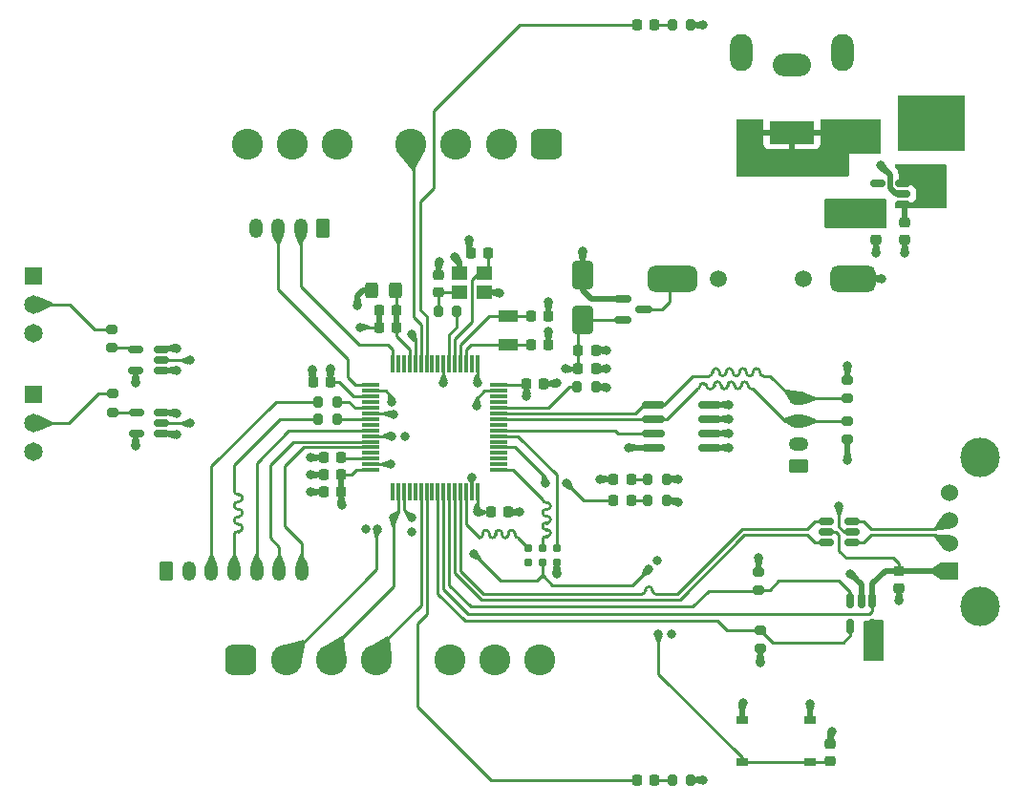
<source format=gbr>
%TF.GenerationSoftware,KiCad,Pcbnew,8.0.0-rc2*%
%TF.CreationDate,2024-01-28T15:47:24-05:00*%
%TF.ProjectId,stm32-snake-controller,73746d33-322d-4736-9e61-6b652d636f6e,B*%
%TF.SameCoordinates,Original*%
%TF.FileFunction,Copper,L1,Top*%
%TF.FilePolarity,Positive*%
%FSLAX46Y46*%
G04 Gerber Fmt 4.6, Leading zero omitted, Abs format (unit mm)*
G04 Created by KiCad (PCBNEW 8.0.0-rc2) date 2024-01-28 15:47:24*
%MOMM*%
%LPD*%
G01*
G04 APERTURE LIST*
G04 Aperture macros list*
%AMRoundRect*
0 Rectangle with rounded corners*
0 $1 Rounding radius*
0 $2 $3 $4 $5 $6 $7 $8 $9 X,Y pos of 4 corners*
0 Add a 4 corners polygon primitive as box body*
4,1,4,$2,$3,$4,$5,$6,$7,$8,$9,$2,$3,0*
0 Add four circle primitives for the rounded corners*
1,1,$1+$1,$2,$3*
1,1,$1+$1,$4,$5*
1,1,$1+$1,$6,$7*
1,1,$1+$1,$8,$9*
0 Add four rect primitives between the rounded corners*
20,1,$1+$1,$2,$3,$4,$5,0*
20,1,$1+$1,$4,$5,$6,$7,0*
20,1,$1+$1,$6,$7,$8,$9,0*
20,1,$1+$1,$8,$9,$2,$3,0*%
G04 Aperture macros list end*
%TA.AperFunction,SMDPad,CuDef*%
%ADD10RoundRect,0.150000X0.512500X0.150000X-0.512500X0.150000X-0.512500X-0.150000X0.512500X-0.150000X0*%
%TD*%
%TA.AperFunction,SMDPad,CuDef*%
%ADD11RoundRect,0.200000X-0.200000X-0.275000X0.200000X-0.275000X0.200000X0.275000X-0.200000X0.275000X0*%
%TD*%
%TA.AperFunction,SMDPad,CuDef*%
%ADD12RoundRect,0.225000X0.250000X-0.225000X0.250000X0.225000X-0.250000X0.225000X-0.250000X-0.225000X0*%
%TD*%
%TA.AperFunction,SMDPad,CuDef*%
%ADD13RoundRect,0.250000X0.325000X0.450000X-0.325000X0.450000X-0.325000X-0.450000X0.325000X-0.450000X0*%
%TD*%
%TA.AperFunction,ComponentPad*%
%ADD14R,1.650000X1.650000*%
%TD*%
%TA.AperFunction,ComponentPad*%
%ADD15C,1.650000*%
%TD*%
%TA.AperFunction,SMDPad,CuDef*%
%ADD16R,1.800000X1.000000*%
%TD*%
%TA.AperFunction,SMDPad,CuDef*%
%ADD17RoundRect,0.225000X0.225000X0.250000X-0.225000X0.250000X-0.225000X-0.250000X0.225000X-0.250000X0*%
%TD*%
%TA.AperFunction,SMDPad,CuDef*%
%ADD18R,1.000000X0.750000*%
%TD*%
%TA.AperFunction,SMDPad,CuDef*%
%ADD19RoundRect,0.250000X0.650000X-1.000000X0.650000X1.000000X-0.650000X1.000000X-0.650000X-1.000000X0*%
%TD*%
%TA.AperFunction,SMDPad,CuDef*%
%ADD20RoundRect,0.218750X0.218750X0.256250X-0.218750X0.256250X-0.218750X-0.256250X0.218750X-0.256250X0*%
%TD*%
%TA.AperFunction,SMDPad,CuDef*%
%ADD21RoundRect,0.200000X-0.275000X0.200000X-0.275000X-0.200000X0.275000X-0.200000X0.275000X0.200000X0*%
%TD*%
%TA.AperFunction,ComponentPad*%
%ADD22RoundRect,0.250000X0.350000X0.625000X-0.350000X0.625000X-0.350000X-0.625000X0.350000X-0.625000X0*%
%TD*%
%TA.AperFunction,ComponentPad*%
%ADD23O,1.200000X1.750000*%
%TD*%
%TA.AperFunction,SMDPad,CuDef*%
%ADD24RoundRect,0.150000X-0.587500X-0.150000X0.587500X-0.150000X0.587500X0.150000X-0.587500X0.150000X0*%
%TD*%
%TA.AperFunction,SMDPad,CuDef*%
%ADD25RoundRect,0.200000X0.275000X-0.200000X0.275000X0.200000X-0.275000X0.200000X-0.275000X-0.200000X0*%
%TD*%
%TA.AperFunction,SMDPad,CuDef*%
%ADD26RoundRect,0.225000X-0.225000X-0.250000X0.225000X-0.250000X0.225000X0.250000X-0.225000X0.250000X0*%
%TD*%
%TA.AperFunction,SMDPad,CuDef*%
%ADD27RoundRect,0.150000X0.825000X0.150000X-0.825000X0.150000X-0.825000X-0.150000X0.825000X-0.150000X0*%
%TD*%
%TA.AperFunction,SMDPad,CuDef*%
%ADD28R,1.400000X1.200000*%
%TD*%
%TA.AperFunction,SMDPad,CuDef*%
%ADD29RoundRect,0.150000X-0.150000X0.512500X-0.150000X-0.512500X0.150000X-0.512500X0.150000X0.512500X0*%
%TD*%
%TA.AperFunction,ComponentPad*%
%ADD30O,2.000000X3.300000*%
%TD*%
%TA.AperFunction,ComponentPad*%
%ADD31R,4.000000X2.000000*%
%TD*%
%TA.AperFunction,ComponentPad*%
%ADD32O,3.400000X2.000000*%
%TD*%
%TA.AperFunction,SMDPad,CuDef*%
%ADD33RoundRect,0.225000X-0.250000X0.225000X-0.250000X-0.225000X0.250000X-0.225000X0.250000X0.225000X0*%
%TD*%
%TA.AperFunction,SMDPad,CuDef*%
%ADD34RoundRect,0.200000X0.200000X0.275000X-0.200000X0.275000X-0.200000X-0.275000X0.200000X-0.275000X0*%
%TD*%
%TA.AperFunction,ComponentPad*%
%ADD35RoundRect,0.687500X-0.687500X-0.687500X0.687500X-0.687500X0.687500X0.687500X-0.687500X0.687500X0*%
%TD*%
%TA.AperFunction,ComponentPad*%
%ADD36C,2.750000*%
%TD*%
%TA.AperFunction,ComponentPad*%
%ADD37RoundRect,0.250000X0.625000X-0.350000X0.625000X0.350000X-0.625000X0.350000X-0.625000X-0.350000X0*%
%TD*%
%TA.AperFunction,ComponentPad*%
%ADD38O,1.750000X1.200000*%
%TD*%
%TA.AperFunction,SMDPad,CuDef*%
%ADD39C,0.787000*%
%TD*%
%TA.AperFunction,SMDPad,CuDef*%
%ADD40RoundRect,0.075000X-0.075000X0.700000X-0.075000X-0.700000X0.075000X-0.700000X0.075000X0.700000X0*%
%TD*%
%TA.AperFunction,SMDPad,CuDef*%
%ADD41RoundRect,0.075000X-0.700000X0.075000X-0.700000X-0.075000X0.700000X-0.075000X0.700000X0.075000X0*%
%TD*%
%TA.AperFunction,ComponentPad*%
%ADD42RoundRect,0.250000X-0.350000X-0.625000X0.350000X-0.625000X0.350000X0.625000X-0.350000X0.625000X0*%
%TD*%
%TA.AperFunction,ComponentPad*%
%ADD43RoundRect,0.687500X0.687500X0.687500X-0.687500X0.687500X-0.687500X-0.687500X0.687500X-0.687500X0*%
%TD*%
%TA.AperFunction,SMDPad,CuDef*%
%ADD44RoundRect,0.250000X-0.375000X-0.625000X0.375000X-0.625000X0.375000X0.625000X-0.375000X0.625000X0*%
%TD*%
%TA.AperFunction,ComponentPad*%
%ADD45R,1.524000X1.524000*%
%TD*%
%TA.AperFunction,ComponentPad*%
%ADD46C,1.524000*%
%TD*%
%TA.AperFunction,ComponentPad*%
%ADD47C,3.500000*%
%TD*%
%TA.AperFunction,ComponentPad*%
%ADD48C,1.500000*%
%TD*%
%TA.AperFunction,SMDPad,CuDef*%
%ADD49RoundRect,0.575000X-1.625000X-0.575000X1.625000X-0.575000X1.625000X0.575000X-1.625000X0.575000X0*%
%TD*%
%TA.AperFunction,SMDPad,CuDef*%
%ADD50RoundRect,0.575000X-1.425000X-0.575000X1.425000X-0.575000X1.425000X0.575000X-1.425000X0.575000X0*%
%TD*%
%TA.AperFunction,ViaPad*%
%ADD51C,0.800000*%
%TD*%
%TA.AperFunction,ViaPad*%
%ADD52C,1.000000*%
%TD*%
%TA.AperFunction,Conductor*%
%ADD53C,0.250000*%
%TD*%
%TA.AperFunction,Conductor*%
%ADD54C,0.500000*%
%TD*%
%TA.AperFunction,Conductor*%
%ADD55C,0.267200*%
%TD*%
G04 APERTURE END LIST*
D10*
%TO.P,U302,1*%
%TO.N,GND*%
X15920300Y33340000D03*
%TO.P,U302,2*%
%TO.N,/LED_GRID1*%
X15920300Y34290000D03*
%TO.P,U302,3,GND*%
%TO.N,GND*%
X15920300Y35240000D03*
%TO.P,U302,4*%
%TO.N,Net-(R302-Pad1)*%
X13645300Y35240000D03*
%TO.P,U302,5,VCC*%
%TO.N,+5V*%
X13645300Y33340000D03*
%TD*%
D11*
%TO.P,R103,1*%
%TO.N,Net-(D104-K)*%
X61151000Y69596000D03*
%TO.P,R103,2*%
%TO.N,GND*%
X62801000Y69596000D03*
%TD*%
D10*
%TO.P,U101,1,I/O1*%
%TO.N,/USB_D_N*%
X77083500Y23688000D03*
%TO.P,U101,2,GND*%
%TO.N,GND*%
X77083500Y24638000D03*
%TO.P,U101,3,I/O2*%
%TO.N,/USB_D_P*%
X77083500Y25588000D03*
%TO.P,U101,4,I/O2*%
%TO.N,/D_P*%
X74808500Y25588000D03*
%TO.P,U101,5,VBUS*%
%TO.N,/USB_OTG_VSEN*%
X74808500Y24638000D03*
%TO.P,U101,6,I/O1*%
%TO.N,/D_N*%
X74808500Y23688000D03*
%TD*%
D12*
%TO.P,C110,1*%
%TO.N,/NRST*%
X75184000Y4305000D03*
%TO.P,C110,2*%
%TO.N,GND*%
X75184000Y5855000D03*
%TD*%
D13*
%TO.P,FB101,1*%
%TO.N,+3.3VA*%
X36585000Y46101000D03*
%TO.P,FB101,2*%
%TO.N,+3V3*%
X34535000Y46101000D03*
%TD*%
D14*
%TO.P,J302,1,Pin_1*%
%TO.N,GND*%
X4562000Y36830000D03*
D15*
%TO.P,J302,2,Pin_2*%
%TO.N,Net-(J302-Pin_2)*%
X4562000Y34290000D03*
%TO.P,J302,3,Pin_3*%
%TO.N,VBUS*%
X4562000Y31750000D03*
%TD*%
D16*
%TO.P,Y101,1,1*%
%TO.N,/LSE_OUT*%
X46609000Y43795000D03*
%TO.P,Y101,2,2*%
%TO.N,/LSE_IN*%
X46609000Y41295000D03*
%TD*%
D17*
%TO.P,C108,1*%
%TO.N,+3.3VA*%
X36703000Y44323000D03*
%TO.P,C108,2*%
%TO.N,GND*%
X35153000Y44323000D03*
%TD*%
D18*
%TO.P,SW101,1,1*%
%TO.N,/NRST*%
X73358000Y4221000D03*
X67358000Y4221000D03*
%TO.P,SW101,2,2*%
%TO.N,GND*%
X73358000Y7971000D03*
X67358000Y7971000D03*
%TD*%
D19*
%TO.P,D102,1,K*%
%TO.N,/VBAT*%
X53213000Y43461000D03*
%TO.P,D102,2,A*%
%TO.N,+3V3*%
X53213000Y47461000D03*
%TD*%
D20*
%TO.P,D103,1,K*%
%TO.N,Net-(D103-K)*%
X57510000Y27432000D03*
%TO.P,D103,2,A*%
%TO.N,/LED_HB*%
X55935000Y27432000D03*
%TD*%
D21*
%TO.P,R502,1*%
%TO.N,/USB_OTG_EN*%
X68961000Y15938000D03*
%TO.P,R502,2*%
%TO.N,+3V3*%
X68961000Y14288000D03*
%TD*%
D22*
%TO.P,J102,1,Pin_1*%
%TO.N,+5V*%
X30226000Y51562000D03*
D23*
%TO.P,J102,2,Pin_2*%
%TO.N,/UART_TX*%
X28226000Y51562000D03*
%TO.P,J102,3,Pin_3*%
%TO.N,/UART_RX*%
X26226000Y51562000D03*
%TO.P,J102,4,Pin_4*%
%TO.N,GND*%
X24226000Y51562000D03*
%TD*%
D12*
%TO.P,C113,1*%
%TO.N,Net-(C113-Pad1)*%
X40470000Y45873000D03*
%TO.P,C113,2*%
%TO.N,GND*%
X40470000Y47423000D03*
%TD*%
D24*
%TO.P,Q101,1,G*%
%TO.N,+3V3*%
X56769000Y45334000D03*
%TO.P,Q101,2,S*%
%TO.N,/VBAT*%
X56769000Y43434000D03*
%TO.P,Q101,3,D*%
%TO.N,/BAT+*%
X58644000Y44384000D03*
%TD*%
D17*
%TO.P,C109,1*%
%TO.N,+3.3VA*%
X36703000Y42799000D03*
%TO.P,C109,2*%
%TO.N,GND*%
X35153000Y42799000D03*
%TD*%
D21*
%TO.P,R108,1*%
%TO.N,/SCL*%
X76703000Y34480000D03*
%TO.P,R108,2*%
%TO.N,+3V3*%
X76703000Y32830000D03*
%TD*%
D25*
%TO.P,R107,1*%
%TO.N,/SDA*%
X76708000Y36513000D03*
%TO.P,R107,2*%
%TO.N,+3V3*%
X76708000Y38163000D03*
%TD*%
D26*
%TO.P,C106,1*%
%TO.N,+3V3*%
X45072000Y26416000D03*
%TO.P,C106,2*%
%TO.N,GND*%
X46622000Y26416000D03*
%TD*%
D19*
%TO.P,D101,1,K*%
%TO.N,/LDO_3V3/5V*%
X84582000Y55785000D03*
%TO.P,D101,2,A*%
%TO.N,+5V*%
X84582000Y59785000D03*
%TD*%
D27*
%TO.P,U102,1,E0*%
%TO.N,GND*%
X64451000Y32131000D03*
%TO.P,U102,2,E1*%
X64451000Y33401000D03*
%TO.P,U102,3,E2*%
X64451000Y34671000D03*
%TO.P,U102,4,VSS*%
X64451000Y35941000D03*
%TO.P,U102,5,SDA*%
%TO.N,/SDA*%
X59501000Y35941000D03*
%TO.P,U102,6,SCL*%
%TO.N,/SCL*%
X59501000Y34671000D03*
%TO.P,U102,7,~{WC}*%
%TO.N,/~{EEPROM}*%
X59501000Y33401000D03*
%TO.P,U102,8,VCC*%
%TO.N,+3V3*%
X59501000Y32131000D03*
%TD*%
D28*
%TO.P,Y102,1,1*%
%TO.N,/HSE_IN*%
X44534000Y47586000D03*
%TO.P,Y102,2,2*%
%TO.N,GND*%
X42334000Y47586000D03*
%TO.P,Y102,3,3*%
%TO.N,Net-(C113-Pad1)*%
X42334000Y45886000D03*
%TO.P,Y102,4,4*%
%TO.N,GND*%
X44534000Y45886000D03*
%TD*%
D29*
%TO.P,U501,1,OUT*%
%TO.N,/USB_OTG_VSEN*%
X78865000Y18536500D03*
%TO.P,U501,2,GND*%
%TO.N,GND*%
X77915000Y18536500D03*
%TO.P,U501,3,~{FAULT}*%
%TO.N,/USB_OTG_OC*%
X76965000Y18536500D03*
%TO.P,U501,4,EN*%
%TO.N,/USB_OTG_EN*%
X76965000Y16261500D03*
%TO.P,U501,5,IN*%
%TO.N,+5V*%
X78865000Y16261500D03*
%TD*%
D26*
%TO.P,C101,1*%
%TO.N,/VBAT*%
X52819000Y40775000D03*
%TO.P,C101,2*%
%TO.N,GND*%
X54369000Y40775000D03*
%TD*%
D14*
%TO.P,J301,1,Pin_1*%
%TO.N,GND*%
X4562000Y47371000D03*
D15*
%TO.P,J301,2,Pin_2*%
%TO.N,Net-(J301-Pin_2)*%
X4562000Y44831000D03*
%TO.P,J301,3,Pin_3*%
%TO.N,VBUS*%
X4562000Y42291000D03*
%TD*%
D17*
%TO.P,C104,1*%
%TO.N,+3V3*%
X30874000Y37973000D03*
%TO.P,C104,2*%
%TO.N,GND*%
X29324000Y37973000D03*
%TD*%
D26*
%TO.P,C102,1*%
%TO.N,/VBAT*%
X52819000Y39116000D03*
%TO.P,C102,2*%
%TO.N,GND*%
X54369000Y39116000D03*
%TD*%
%TO.P,C107,1*%
%TO.N,+3V3*%
X48187000Y37817000D03*
%TO.P,C107,2*%
%TO.N,GND*%
X49737000Y37817000D03*
%TD*%
D11*
%TO.P,R105,1*%
%TO.N,Net-(D106-K)*%
X58992000Y29342000D03*
%TO.P,R105,2*%
%TO.N,GND*%
X60642000Y29342000D03*
%TD*%
D30*
%TO.P,J101,*%
%TO.N,*%
X76262000Y67129500D03*
X67262000Y67129500D03*
D31*
%TO.P,J101,1*%
%TO.N,VBUS*%
X71762000Y60079500D03*
D32*
%TO.P,J101,2*%
%TO.N,GND*%
X71762000Y66079500D03*
%TD*%
D17*
%TO.P,C114,1*%
%TO.N,GND*%
X50178000Y43815000D03*
%TO.P,C114,2*%
%TO.N,/LSE_OUT*%
X48628000Y43815000D03*
%TD*%
D20*
%TO.P,D105,1,K*%
%TO.N,Net-(D105-K)*%
X59586000Y2667000D03*
%TO.P,D105,2,A*%
%TO.N,/LED_SNES0*%
X58011000Y2667000D03*
%TD*%
D33*
%TO.P,C501,1*%
%TO.N,/USB_OTG_VSEN*%
X81280000Y21222000D03*
%TO.P,C501,2*%
%TO.N,GND*%
X81280000Y19672000D03*
%TD*%
D34*
%TO.P,R106,1*%
%TO.N,/HSE_OUT*%
X42057000Y44196000D03*
%TO.P,R106,2*%
%TO.N,Net-(C113-Pad1)*%
X40407000Y44196000D03*
%TD*%
D10*
%TO.P,U301,1*%
%TO.N,GND*%
X15869500Y38928000D03*
%TO.P,U301,2*%
%TO.N,/LED_GRID0*%
X15869500Y39878000D03*
%TO.P,U301,3,GND*%
%TO.N,GND*%
X15869500Y40828000D03*
%TO.P,U301,4*%
%TO.N,Net-(R301-Pad1)*%
X13594500Y40828000D03*
%TO.P,U301,5,VCC*%
%TO.N,+5V*%
X13594500Y38928000D03*
%TD*%
D35*
%TO.P,J401,1,Pin_1*%
%TO.N,+3V3*%
X22942000Y13335000D03*
D36*
%TO.P,J401,2,Pin_2*%
%TO.N,/SNES_CLK*%
X26942000Y13335000D03*
%TO.P,J401,3,Pin_3*%
%TO.N,/SNES_LATCH*%
X30942000Y13335000D03*
%TO.P,J401,4,Pin_4*%
%TO.N,/SNES_DATA0*%
X34942000Y13335000D03*
%TO.P,J401,5,Pin_5*%
%TO.N,unconnected-(J401-Pin_5-Pad5)*%
X41442000Y13335000D03*
%TO.P,J401,6,Pin_6*%
%TO.N,unconnected-(J401-Pin_6-Pad6)*%
X45442000Y13335000D03*
%TO.P,J401,7,Pin_7*%
%TO.N,GND*%
X49442000Y13335000D03*
%TD*%
D37*
%TO.P,OLED101,1,GND*%
%TO.N,GND*%
X72390000Y30480000D03*
D38*
%TO.P,OLED101,2,VCC*%
%TO.N,+3V3*%
X72390000Y32480000D03*
%TO.P,OLED101,3,SCL*%
%TO.N,/SCL*%
X72390000Y34480000D03*
%TO.P,OLED101,4,SDA*%
%TO.N,/SDA*%
X72390000Y36480000D03*
%TD*%
D25*
%TO.P,R501,1*%
%TO.N,/USB_OTG_OC*%
X68834000Y19495000D03*
%TO.P,R501,2*%
%TO.N,+3V3*%
X68834000Y21145000D03*
%TD*%
D39*
%TO.P,J103,1,Pin_1*%
%TO.N,unconnected-(J103-Pin_1-Pad1)*%
X48387000Y21971000D03*
%TO.P,J103,2,Pin_2*%
%TO.N,/SWDIO*%
X48387000Y23241000D03*
%TO.P,J103,3,Pin_3*%
%TO.N,/NRST*%
X49657000Y21971000D03*
%TO.P,J103,4,Pin_4*%
%TO.N,/SWCLK*%
X49657000Y23241000D03*
%TO.P,J103,5,Pin_5*%
%TO.N,GND*%
X50927000Y21971000D03*
%TO.P,J103,6,Pin_6*%
%TO.N,/SWO*%
X50927000Y23241000D03*
%TD*%
D11*
%TO.P,R101,1*%
%TO.N,Net-(D103-K)*%
X58992000Y27432000D03*
%TO.P,R101,2*%
%TO.N,GND*%
X60642000Y27432000D03*
%TD*%
D12*
%TO.P,C201,1*%
%TO.N,GND*%
X81788000Y50533000D03*
%TO.P,C201,2*%
%TO.N,/LDO_3V3/5V*%
X81788000Y52083000D03*
%TD*%
D25*
%TO.P,R301,1*%
%TO.N,Net-(R301-Pad1)*%
X11480800Y40958000D03*
%TO.P,R301,2*%
%TO.N,Net-(J301-Pin_2)*%
X11480800Y42608000D03*
%TD*%
D17*
%TO.P,C112,1*%
%TO.N,/HSE_IN*%
X44844000Y49403000D03*
%TO.P,C112,2*%
%TO.N,GND*%
X43294000Y49403000D03*
%TD*%
D10*
%TO.P,U201,1,VIN*%
%TO.N,/LDO_3V3/5V*%
X81618500Y53678000D03*
%TO.P,U201,2,GND*%
%TO.N,GND*%
X81618500Y54628000D03*
%TO.P,U201,3,CE*%
%TO.N,/LDO_3V3/5V*%
X81618500Y55578000D03*
%TO.P,U201,4,NC*%
%TO.N,unconnected-(U201-NC-Pad4)*%
X79343500Y55578000D03*
%TO.P,U201,5,VOUT*%
%TO.N,+3V3*%
X79343500Y53678000D03*
%TD*%
D11*
%TO.P,R110,1*%
%TO.N,Net-(OLED102-MOSI)*%
X29782000Y34671000D03*
%TO.P,R110,2*%
%TO.N,/MOSI*%
X31432000Y34671000D03*
%TD*%
D33*
%TO.P,C202,1*%
%TO.N,+3V3*%
X79248000Y52083000D03*
%TO.P,C202,2*%
%TO.N,GND*%
X79248000Y50533000D03*
%TD*%
D40*
%TO.P,U103,1,VBAT*%
%TO.N,/VBAT*%
X43882000Y39584000D03*
%TO.P,U103,2,PC13*%
%TO.N,unconnected-(U103-PC13-Pad2)*%
X43382000Y39584000D03*
%TO.P,U103,3,PC14*%
%TO.N,/LSE_IN*%
X42882000Y39584000D03*
%TO.P,U103,4,PC15*%
%TO.N,/LSE_OUT*%
X42382000Y39584000D03*
%TO.P,U103,5,PH0*%
%TO.N,/HSE_IN*%
X41882000Y39584000D03*
%TO.P,U103,6,PH1*%
%TO.N,/HSE_OUT*%
X41382000Y39584000D03*
%TO.P,U103,7,NRST*%
%TO.N,/NRST*%
X40882000Y39584000D03*
%TO.P,U103,8,PC0*%
%TO.N,unconnected-(U103-PC0-Pad8)*%
X40382000Y39584000D03*
%TO.P,U103,9,PC1*%
%TO.N,unconnected-(U103-PC1-Pad9)*%
X39882000Y39584000D03*
%TO.P,U103,10,PC2*%
%TO.N,/LED_SNES1*%
X39382000Y39584000D03*
%TO.P,U103,11,PC3*%
%TO.N,/SNES_DATA1*%
X38882000Y39584000D03*
%TO.P,U103,12,VSSA*%
%TO.N,GND*%
X38382000Y39584000D03*
%TO.P,U103,13,VREF+*%
%TO.N,+3.3VA*%
X37882000Y39584000D03*
%TO.P,U103,14,PA0*%
%TO.N,unconnected-(U103-PA0-Pad14)*%
X37382000Y39584000D03*
%TO.P,U103,15,PA1*%
%TO.N,unconnected-(U103-PA1-Pad15)*%
X36882000Y39584000D03*
%TO.P,U103,16,PA2*%
%TO.N,/UART_TX*%
X36382000Y39584000D03*
D41*
%TO.P,U103,17,PA3*%
%TO.N,/UART_RX*%
X34457000Y37659000D03*
%TO.P,U103,18,VSS*%
%TO.N,GND*%
X34457000Y37159000D03*
%TO.P,U103,19,VDD*%
%TO.N,+3V3*%
X34457000Y36659000D03*
%TO.P,U103,20,PA4*%
%TO.N,unconnected-(U103-PA4-Pad20)*%
X34457000Y36159000D03*
%TO.P,U103,21,PA5*%
%TO.N,/SPI_CLK*%
X34457000Y35659000D03*
%TO.P,U103,22,PA6*%
%TO.N,/LED_GRID0*%
X34457000Y35159000D03*
%TO.P,U103,23,PA7*%
%TO.N,/MOSI*%
X34457000Y34659000D03*
%TO.P,U103,24,PC4*%
%TO.N,unconnected-(U103-PC4-Pad24)*%
X34457000Y34159000D03*
%TO.P,U103,25,PC5*%
%TO.N,/OLED_RST*%
X34457000Y33659000D03*
%TO.P,U103,26,PB0*%
%TO.N,/LED_GRID1*%
X34457000Y33159000D03*
%TO.P,U103,27,PB1*%
%TO.N,/OLED_CE*%
X34457000Y32659000D03*
%TO.P,U103,28,PB2*%
%TO.N,/OLED_DC*%
X34457000Y32159000D03*
%TO.P,U103,29,PB10*%
%TO.N,unconnected-(U103-PB10-Pad29)*%
X34457000Y31659000D03*
%TO.P,U103,30,VCAP1*%
%TO.N,Net-(U103-VCAP1)*%
X34457000Y31159000D03*
%TO.P,U103,31,VSS*%
%TO.N,GND*%
X34457000Y30659000D03*
%TO.P,U103,32,VDD*%
%TO.N,+3V3*%
X34457000Y30159000D03*
D40*
%TO.P,U103,33,PB12*%
%TO.N,unconnected-(U103-PB12-Pad33)*%
X36382000Y28234000D03*
%TO.P,U103,34,PB13*%
%TO.N,/SNES_LATCH*%
X36882000Y28234000D03*
%TO.P,U103,35,PB14*%
%TO.N,/SNES_CLK*%
X37382000Y28234000D03*
%TO.P,U103,36,PB15*%
%TO.N,unconnected-(U103-PB15-Pad36)*%
X37882000Y28234000D03*
%TO.P,U103,37,PC6*%
%TO.N,unconnected-(U103-PC6-Pad37)*%
X38382000Y28234000D03*
%TO.P,U103,38,PC7*%
%TO.N,/SNES_DATA0*%
X38882000Y28234000D03*
%TO.P,U103,39,PC8*%
%TO.N,/LED_SNES0*%
X39382000Y28234000D03*
%TO.P,U103,40,PC9*%
%TO.N,unconnected-(U103-PC9-Pad40)*%
X39882000Y28234000D03*
%TO.P,U103,41,PA8*%
%TO.N,/USB_OTG_EN*%
X40382000Y28234000D03*
%TO.P,U103,42,PA9*%
%TO.N,/USB_OTG_VSEN*%
X40882000Y28234000D03*
%TO.P,U103,43,PA10*%
%TO.N,/USB_OTG_OC*%
X41382000Y28234000D03*
%TO.P,U103,44,PA11*%
%TO.N,/D_N*%
X41882000Y28234000D03*
%TO.P,U103,45,PA12*%
%TO.N,/D_P*%
X42382000Y28234000D03*
%TO.P,U103,46,PA13*%
%TO.N,/SWDIO*%
X42882000Y28234000D03*
%TO.P,U103,47,VSS*%
%TO.N,GND*%
X43382000Y28234000D03*
%TO.P,U103,48,VDD*%
%TO.N,+3V3*%
X43882000Y28234000D03*
D41*
%TO.P,U103,49,PA14*%
%TO.N,/SWCLK*%
X45807000Y30159000D03*
%TO.P,U103,50,PA15*%
%TO.N,unconnected-(U103-PA15-Pad50)*%
X45807000Y30659000D03*
%TO.P,U103,51,PC10*%
%TO.N,unconnected-(U103-PC10-Pad51)*%
X45807000Y31159000D03*
%TO.P,U103,52,PC11*%
%TO.N,unconnected-(U103-PC11-Pad52)*%
X45807000Y31659000D03*
%TO.P,U103,53,PC12*%
%TO.N,/LED_HB*%
X45807000Y32159000D03*
%TO.P,U103,54,PD2*%
%TO.N,unconnected-(U103-PD2-Pad54)*%
X45807000Y32659000D03*
%TO.P,U103,55,PB3*%
%TO.N,/SWO*%
X45807000Y33159000D03*
%TO.P,U103,56,PB4*%
%TO.N,/~{EEPROM}*%
X45807000Y33659000D03*
%TO.P,U103,57,PB5*%
%TO.N,unconnected-(U103-PB5-Pad57)*%
X45807000Y34159000D03*
%TO.P,U103,58,PB6*%
%TO.N,/SCL*%
X45807000Y34659000D03*
%TO.P,U103,59,PB7*%
%TO.N,/SDA*%
X45807000Y35159000D03*
%TO.P,U103,60,BOOT0*%
%TO.N,Net-(U103-BOOT0)*%
X45807000Y35659000D03*
%TO.P,U103,61,PB8*%
%TO.N,unconnected-(U103-PB8-Pad61)*%
X45807000Y36159000D03*
%TO.P,U103,62,PB9*%
%TO.N,unconnected-(U103-PB9-Pad62)*%
X45807000Y36659000D03*
%TO.P,U103,63,VSS*%
%TO.N,GND*%
X45807000Y37159000D03*
%TO.P,U103,64,VDD*%
%TO.N,+3V3*%
X45807000Y37659000D03*
%TD*%
D42*
%TO.P,OLED102,1,GND*%
%TO.N,GND*%
X16320000Y21209000D03*
D23*
%TO.P,OLED102,2,VCC*%
%TO.N,+5V*%
X18320000Y21209000D03*
%TO.P,OLED102,3,SCLK*%
%TO.N,Net-(OLED102-SCLK)*%
X20320000Y21209000D03*
%TO.P,OLED102,4,MOSI*%
%TO.N,Net-(OLED102-MOSI)*%
X22320000Y21209000D03*
%TO.P,OLED102,5,RESET*%
%TO.N,/OLED_RST*%
X24320000Y21209000D03*
%TO.P,OLED102,6,CS*%
%TO.N,/OLED_CE*%
X26320000Y21209000D03*
%TO.P,OLED102,7,DC*%
%TO.N,/OLED_DC*%
X28320000Y21209000D03*
%TD*%
D17*
%TO.P,C111,1*%
%TO.N,GND*%
X50178000Y41275000D03*
%TO.P,C111,2*%
%TO.N,/LSE_IN*%
X48628000Y41275000D03*
%TD*%
D20*
%TO.P,D106,1,K*%
%TO.N,Net-(D106-K)*%
X57510000Y29337000D03*
%TO.P,D106,2,A*%
%TO.N,+3V3*%
X55935000Y29337000D03*
%TD*%
D25*
%TO.P,R302,1*%
%TO.N,Net-(R302-Pad1)*%
X11531600Y35268400D03*
%TO.P,R302,2*%
%TO.N,Net-(J302-Pin_2)*%
X11531600Y36918400D03*
%TD*%
D20*
%TO.P,D104,1,K*%
%TO.N,Net-(D104-K)*%
X59588500Y69596000D03*
%TO.P,D104,2,A*%
%TO.N,/LED_SNES1*%
X58013500Y69596000D03*
%TD*%
D43*
%TO.P,J402,1,Pin_1*%
%TO.N,+3V3*%
X49982000Y59055000D03*
D36*
%TO.P,J402,2,Pin_2*%
%TO.N,/SNES_CLK*%
X45982000Y59055000D03*
%TO.P,J402,3,Pin_3*%
%TO.N,/SNES_LATCH*%
X41982000Y59055000D03*
%TO.P,J402,4,Pin_4*%
%TO.N,/SNES_DATA1*%
X37982000Y59055000D03*
%TO.P,J402,5,Pin_5*%
%TO.N,unconnected-(J402-Pin_5-Pad5)*%
X31482000Y59055000D03*
%TO.P,J402,6,Pin_6*%
%TO.N,unconnected-(J402-Pin_6-Pad6)*%
X27482000Y59055000D03*
%TO.P,J402,7,Pin_7*%
%TO.N,GND*%
X23482000Y59055000D03*
%TD*%
D44*
%TO.P,F101,1*%
%TO.N,VBUS*%
X78991000Y59817000D03*
%TO.P,F101,2*%
%TO.N,+5V*%
X81791000Y59817000D03*
%TD*%
D45*
%TO.P,J501,1,VBUS*%
%TO.N,/USB_OTG_VSEN*%
X85762000Y21154000D03*
D46*
%TO.P,J501,2,D-*%
%TO.N,/USB_D_N*%
X85762000Y23654000D03*
%TO.P,J501,3,D+*%
%TO.N,/USB_D_P*%
X85762000Y25654000D03*
%TO.P,J501,4,GND*%
%TO.N,GND*%
X85762000Y28154000D03*
D47*
%TO.P,J501,5,Shield*%
X88472000Y18084000D03*
X88472000Y31224000D03*
%TD*%
D17*
%TO.P,C105,1*%
%TO.N,+3V3*%
X31837000Y29718000D03*
%TO.P,C105,2*%
%TO.N,GND*%
X30287000Y29718000D03*
%TD*%
D11*
%TO.P,R104,1*%
%TO.N,Net-(D105-K)*%
X61151000Y2667000D03*
%TO.P,R104,2*%
%TO.N,GND*%
X62801000Y2667000D03*
%TD*%
D17*
%TO.P,C103,1*%
%TO.N,+3V3*%
X31837000Y28194000D03*
%TO.P,C103,2*%
%TO.N,GND*%
X30287000Y28194000D03*
%TD*%
D48*
%TO.P,BT101,*%
%TO.N,*%
X65262000Y47117000D03*
X72762000Y47117000D03*
D49*
%TO.P,BT101,1,+*%
%TO.N,/BAT+*%
X61162000Y47117000D03*
D50*
%TO.P,BT101,2,-*%
%TO.N,GND*%
X77162000Y47117000D03*
%TD*%
D34*
%TO.P,R109,1*%
%TO.N,/SPI_CLK*%
X31432000Y36195000D03*
%TO.P,R109,2*%
%TO.N,Net-(OLED102-SCLK)*%
X29782000Y36195000D03*
%TD*%
%TO.P,R102,1*%
%TO.N,GND*%
X54387000Y37517000D03*
%TO.P,R102,2*%
%TO.N,Net-(U103-BOOT0)*%
X52737000Y37517000D03*
%TD*%
D17*
%TO.P,C115,1*%
%TO.N,Net-(U103-VCAP1)*%
X31837000Y31242000D03*
%TO.P,C115,2*%
%TO.N,GND*%
X30287000Y31242000D03*
%TD*%
D51*
%TO.N,GND*%
X37490400Y33147000D03*
%TO.N,/LED_GRID1*%
X18415000Y34290000D03*
X36322000Y33147000D03*
%TO.N,/LED_GRID0*%
X36423600Y35077400D03*
X18415000Y39878000D03*
%TO.N,GND*%
X17272000Y38989000D03*
X29083000Y31242000D03*
X38100000Y24638000D03*
X79756000Y47117000D03*
X67437000Y9525000D03*
X81280000Y18542000D03*
X55372000Y40767000D03*
X59817000Y22098000D03*
X75946000Y26924000D03*
X79629000Y57150000D03*
X50165000Y42418000D03*
X43366200Y29523200D03*
X45847000Y45847000D03*
X73406000Y9398000D03*
X66167000Y34671000D03*
X29083000Y28194000D03*
X33528000Y42799000D03*
X55372000Y37465000D03*
X55372000Y39116000D03*
X50927000Y37846000D03*
X66167000Y32131000D03*
X63881000Y2667000D03*
X76962000Y20955000D03*
X61087000Y15621000D03*
X34036000Y24892000D03*
X63881000Y69596000D03*
X81788000Y49403000D03*
X38100000Y42164000D03*
X79248000Y49403000D03*
X43815000Y35851500D03*
X17195800Y35179000D03*
X43180000Y50546000D03*
X40513000Y48641000D03*
X50165000Y45085000D03*
X36326653Y36199653D03*
X50927000Y20955000D03*
X17272000Y40955000D03*
X17195800Y33274000D03*
X29083000Y29718000D03*
X66167000Y35941000D03*
X47625000Y26416000D03*
X61722000Y29337000D03*
X29263000Y39075000D03*
X41910000Y49022000D03*
X66167000Y33401000D03*
X75311000Y6985000D03*
X61722000Y27305000D03*
X36169600Y30657800D03*
%TO.N,/NRST*%
X43561000Y22733000D03*
X59944000Y15621000D03*
X40894000Y37846000D03*
X59055000Y21336000D03*
%TO.N,+3V3*%
X68961000Y13081000D03*
X76708000Y39370000D03*
X76708000Y53594000D03*
X31877000Y27051000D03*
X77851000Y52324000D03*
X68834000Y22352000D03*
X53213000Y49530000D03*
X76708000Y52324000D03*
X48260000Y36703000D03*
X57293158Y32131000D03*
X43882000Y26416000D03*
X30874000Y39115000D03*
X75565000Y52324000D03*
X54737000Y29337000D03*
X75565000Y53594000D03*
X76708000Y31017000D03*
X77851000Y53594000D03*
X33274000Y44704000D03*
%TO.N,/VBAT*%
X43882000Y37846000D03*
X51689000Y39116000D03*
%TO.N,+5V*%
X78994000Y13843000D03*
X13589000Y37846000D03*
D52*
X84074000Y62357000D03*
X86106000Y62357000D03*
D51*
X78994000Y14986000D03*
D52*
X82042000Y62357000D03*
D51*
X13589000Y32258000D03*
%TO.N,/LED_HB*%
X49911000Y28956000D03*
X51816000Y28956000D03*
%TO.N,VBUS*%
X67819000Y57404000D03*
X73819000Y57404000D03*
X75819000Y60017000D03*
X69819000Y57404000D03*
X75819000Y57404000D03*
X71819000Y57404000D03*
X67818000Y60017000D03*
%TO.N,/SNES_CLK*%
X35052000Y24892000D03*
X38100000Y25908000D03*
%TO.N,/SNES_LATCH*%
X36449000Y25908000D03*
%TD*%
D53*
%TO.N,GND*%
X36169600Y30657800D02*
X36168400Y30659000D01*
X36168400Y30659000D02*
X34457000Y30659000D01*
%TO.N,/LED_GRID0*%
X36342000Y35159000D02*
X34457000Y35159000D01*
X36423600Y35077400D02*
X36342000Y35159000D01*
%TO.N,+3V3*%
X34457000Y30159000D02*
X33130800Y30159000D01*
X33130800Y30159000D02*
X32689800Y29718000D01*
X32689800Y29718000D02*
X31837000Y29718000D01*
%TO.N,Net-(OLED102-MOSI)*%
X22739527Y27991000D02*
G75*
G02*
X23069500Y27661000I-27J-330000D01*
G01*
X22739544Y25351000D02*
G75*
G02*
X23069500Y25021000I-44J-330000D01*
G01*
X23069527Y27661000D02*
G75*
G02*
X22739527Y27330973I-330027J0D01*
G01*
X22739527Y26011000D02*
X22650000Y26011000D01*
X22320000Y28321000D02*
G75*
G03*
X22650000Y27991000I330000J0D01*
G01*
X22650000Y26671000D02*
X22739527Y26671000D01*
X22650000Y27331000D02*
G75*
G03*
X22320000Y27001000I0J-330000D01*
G01*
X22650000Y27991000D02*
X22739527Y27991000D01*
X22320000Y24361000D02*
X22320000Y21209000D01*
X23069527Y26341000D02*
G75*
G02*
X22739527Y26010973I-330027J0D01*
G01*
X22739544Y24691000D02*
X22650000Y24691000D01*
X22650000Y26011000D02*
G75*
G03*
X22320000Y25681000I0J-330000D01*
G01*
X23069544Y25021000D02*
G75*
G02*
X22739544Y24690956I-330044J0D01*
G01*
X22320000Y27001000D02*
G75*
G03*
X22650000Y26671000I330000J0D01*
G01*
X22739527Y27331000D02*
X22650000Y27331000D01*
X26416000Y34671000D02*
X22320000Y30575000D01*
X22320000Y30575000D02*
X22320000Y28321000D01*
X22650000Y24691000D02*
G75*
G03*
X22320000Y24361000I0J-330000D01*
G01*
X29782000Y34671000D02*
X26416000Y34671000D01*
X22320000Y25681000D02*
G75*
G03*
X22650000Y25351000I330000J0D01*
G01*
X22739527Y26671000D02*
G75*
G02*
X23069500Y26341000I-27J-330000D01*
G01*
X22650000Y25351000D02*
X22739544Y25351000D01*
%TO.N,/LED_GRID1*%
X36322000Y33147000D02*
X34469000Y33147000D01*
X34469000Y33147000D02*
X34457000Y33159000D01*
X15920300Y34290000D02*
X18415000Y34290000D01*
%TO.N,Net-(OLED102-SCLK)*%
X29782000Y36195000D02*
X26035000Y36195000D01*
X20320000Y30480000D02*
X20320000Y21209000D01*
X26035000Y36195000D02*
X20320000Y30480000D01*
%TO.N,GND*%
X36326653Y36199653D02*
X36326653Y36571347D01*
X36326653Y36571347D02*
X35739000Y37159000D01*
X35739000Y37159000D02*
X34457000Y37159000D01*
%TO.N,/LED_GRID0*%
X15869500Y39878000D02*
X18415000Y39878000D01*
%TO.N,/MOSI*%
X31432000Y34671000D02*
X34445000Y34671000D01*
X34445000Y34671000D02*
X34457000Y34659000D01*
%TO.N,/OLED_CE*%
X26320000Y21209000D02*
X26320000Y23337000D01*
X26320000Y23337000D02*
X25527000Y24130000D01*
X25527000Y24130000D02*
X25527000Y30607000D01*
X25527000Y30607000D02*
X27579000Y32659000D01*
X27579000Y32659000D02*
X34457000Y32659000D01*
%TO.N,/OLED_DC*%
X28320000Y21209000D02*
X28320000Y23623000D01*
X28320000Y23623000D02*
X26797000Y25146000D01*
X26797000Y25146000D02*
X26797000Y30480000D01*
X26797000Y30480000D02*
X28476000Y32159000D01*
X28476000Y32159000D02*
X34457000Y32159000D01*
%TO.N,/OLED_RST*%
X34457000Y33659000D02*
X27182000Y33659000D01*
X27182000Y33659000D02*
X24320000Y30797000D01*
X24320000Y30797000D02*
X24320000Y21209000D01*
%TO.N,/~{EEPROM}*%
X45807000Y33659000D02*
X48256000Y33659000D01*
X48256000Y33659000D02*
X48260000Y33655000D01*
X48260000Y33655000D02*
X56134000Y33655000D01*
X56134000Y33655000D02*
X56388000Y33401000D01*
X56388000Y33401000D02*
X59501000Y33401000D01*
%TO.N,/BAT+*%
X60960000Y45085000D02*
X60259000Y44384000D01*
X60259000Y44384000D02*
X58644000Y44384000D01*
X61162000Y47117000D02*
X60960000Y46915000D01*
X60960000Y46915000D02*
X60960000Y45085000D01*
D54*
%TO.N,GND*%
X49737000Y37817000D02*
X50898000Y37817000D01*
D53*
X38382000Y41882000D02*
X38382000Y39584000D01*
D54*
X35153000Y44323000D02*
X35153000Y42799000D01*
X61595000Y27432000D02*
X60642000Y27432000D01*
X43180000Y49517000D02*
X43180000Y50546000D01*
X17272000Y40955000D02*
X17206000Y40889000D01*
X66167000Y32131000D02*
X64578000Y32131000D01*
X50927000Y21971000D02*
X50927000Y20955000D01*
X47625000Y26416000D02*
X46622000Y26416000D01*
X64578000Y35941000D02*
X66167000Y35941000D01*
X80956001Y54628000D02*
X81618500Y54628000D01*
X45808000Y45886000D02*
X45847000Y45847000D01*
X42334000Y47586000D02*
X42334000Y48598000D01*
D53*
X43382000Y29507400D02*
X43366200Y29523200D01*
D54*
X79248000Y50533000D02*
X79248000Y49403000D01*
X73358000Y9350000D02*
X73406000Y9398000D01*
X79756000Y47117000D02*
X77162000Y47117000D01*
X43294000Y49403000D02*
X43180000Y49517000D01*
X44534000Y45886000D02*
X45808000Y45886000D01*
D53*
X75946000Y25113001D02*
X75946000Y26924000D01*
D54*
X50178000Y41275000D02*
X50178000Y42405000D01*
D53*
X38100000Y42164000D02*
X38382000Y41882000D01*
D54*
X75184000Y5855000D02*
X75184000Y6858000D01*
D53*
X77083500Y24638000D02*
X76421001Y24638000D01*
X45807000Y37159000D02*
X44525000Y37159000D01*
D54*
X64578000Y34671000D02*
X66167000Y34671000D01*
X17195800Y33274000D02*
X17129800Y33340000D01*
X79629000Y57150000D02*
X80456000Y56323000D01*
X67358000Y9446000D02*
X67437000Y9525000D01*
X55364000Y40775000D02*
X55372000Y40767000D01*
X42334000Y48598000D02*
X41910000Y49022000D01*
X54387000Y37517000D02*
X55320000Y37517000D01*
X80456000Y56323000D02*
X80456000Y55128001D01*
X29263000Y38034000D02*
X29324000Y37973000D01*
X30287000Y31242000D02*
X29083000Y31242000D01*
X54369000Y39116000D02*
X55372000Y39116000D01*
X77915000Y20002000D02*
X77915000Y18536500D01*
X61722000Y27305000D02*
X61595000Y27432000D01*
D53*
X43815000Y36449000D02*
X43815000Y35851500D01*
D54*
X17129800Y33340000D02*
X15920300Y33340000D01*
X62801000Y2667000D02*
X63881000Y2667000D01*
X54369000Y40775000D02*
X55364000Y40775000D01*
D53*
X43382000Y28234000D02*
X43382000Y29507400D01*
D54*
X50178000Y43815000D02*
X50178000Y45072000D01*
X60642000Y29342000D02*
X61717000Y29342000D01*
X40470000Y47423000D02*
X40470000Y48598000D01*
X73358000Y7971000D02*
X73358000Y9350000D01*
X50178000Y42405000D02*
X50165000Y42418000D01*
X61717000Y29342000D02*
X61722000Y29337000D01*
X29263000Y39075000D02*
X29263000Y38034000D01*
X64578000Y33401000D02*
X66167000Y33401000D01*
X30287000Y29718000D02*
X29083000Y29718000D01*
X80456000Y55128001D02*
X80956001Y54628000D01*
X62801000Y69596000D02*
X63881000Y69596000D01*
X40470000Y48598000D02*
X40513000Y48641000D01*
X15920300Y35240000D02*
X17134800Y35240000D01*
X17134800Y35240000D02*
X17195800Y35179000D01*
X81280000Y19672000D02*
X81280000Y18542000D01*
X75184000Y6858000D02*
X75311000Y6985000D01*
X50898000Y37817000D02*
X50927000Y37846000D01*
X55320000Y37517000D02*
X55372000Y37465000D01*
D53*
X44525000Y37159000D02*
X43815000Y36449000D01*
D54*
X17206000Y38989000D02*
X15869500Y38989000D01*
D53*
X76421001Y24638000D02*
X75946000Y25113001D01*
D54*
X76962000Y20955000D02*
X77915000Y20002000D01*
D53*
X35153000Y42799000D02*
X33528000Y42799000D01*
D54*
X67358000Y7971000D02*
X67358000Y9446000D01*
X50178000Y45072000D02*
X50165000Y45085000D01*
X17206000Y40889000D02*
X15869500Y40889000D01*
X81788000Y50533000D02*
X81788000Y49403000D01*
X30287000Y28194000D02*
X29083000Y28194000D01*
D53*
%TO.N,/LSE_IN*%
X46609000Y41295000D02*
X43327000Y41295000D01*
X48608000Y41295000D02*
X48628000Y41275000D01*
X43327000Y41295000D02*
X42882000Y40850000D01*
X42882000Y40850000D02*
X42882000Y39584000D01*
X46609000Y41295000D02*
X48608000Y41295000D01*
%TO.N,/LSE_OUT*%
X42382000Y41239000D02*
X42382000Y39584000D01*
X46609000Y43795000D02*
X44938000Y43795000D01*
X44938000Y43795000D02*
X42382000Y41239000D01*
X46609000Y43795000D02*
X48608000Y43795000D01*
X48608000Y43795000D02*
X48628000Y43815000D01*
%TO.N,/NRST*%
X73358000Y4221000D02*
X67358000Y4221000D01*
X57658000Y19939000D02*
X59055000Y21336000D01*
X73358000Y4221000D02*
X75100000Y4221000D01*
X49466500Y20637500D02*
X49847500Y20637500D01*
X40894000Y37846000D02*
X40894000Y39572000D01*
X49657000Y20828000D02*
X49657000Y21971000D01*
X49657000Y20828000D02*
X50546000Y19939000D01*
X75100000Y4221000D02*
X75184000Y4305000D01*
X67358000Y4651000D02*
X59944000Y12065000D01*
X49149000Y20320000D02*
X49466500Y20637500D01*
X59944000Y12065000D02*
X59944000Y15621000D01*
X45974000Y20320000D02*
X49149000Y20320000D01*
X67358000Y4221000D02*
X67358000Y4651000D01*
X40894000Y39572000D02*
X40882000Y39584000D01*
X49657000Y20828000D02*
X49149000Y20320000D01*
X50546000Y19939000D02*
X57658000Y19939000D01*
X43561000Y22733000D02*
X45974000Y20320000D01*
X49847500Y20637500D02*
X50546000Y19939000D01*
%TO.N,/HSE_IN*%
X44844000Y49403000D02*
X44844000Y47896000D01*
X43434000Y46990000D02*
X43434000Y43307000D01*
X44844000Y47896000D02*
X44534000Y47586000D01*
X44534000Y47586000D02*
X44030000Y47586000D01*
X41882000Y41755000D02*
X41882000Y39584000D01*
X44030000Y47586000D02*
X43434000Y46990000D01*
X43434000Y43307000D02*
X41882000Y41755000D01*
%TO.N,Net-(C113-Pad1)*%
X40407000Y45810000D02*
X40470000Y45873000D01*
X40470000Y45873000D02*
X42321000Y45873000D01*
X42321000Y45873000D02*
X42334000Y45886000D01*
X40407000Y44196000D02*
X40407000Y45810000D01*
D54*
%TO.N,+3V3*%
X48187000Y36776000D02*
X48260000Y36703000D01*
X53995000Y45334000D02*
X53213000Y46116000D01*
X31837000Y27091000D02*
X31877000Y27051000D01*
X68961000Y13081000D02*
X68961000Y14288000D01*
X68834000Y21145000D02*
X68834000Y22352000D01*
X31837000Y28194000D02*
X31837000Y27091000D01*
X33274000Y44704000D02*
X33274000Y45593000D01*
X53213000Y47461000D02*
X53213000Y49530000D01*
D53*
X31623000Y37973000D02*
X30874000Y37973000D01*
D54*
X53213000Y46116000D02*
X53213000Y47461000D01*
X30874000Y39115000D02*
X30874000Y37973000D01*
X57293158Y32131000D02*
X59501000Y32131000D01*
D53*
X43882000Y26416000D02*
X43882000Y28234000D01*
D54*
X76708000Y39370000D02*
X76708000Y38163000D01*
D53*
X32937000Y36659000D02*
X31623000Y37973000D01*
D54*
X56769000Y45334000D02*
X53995000Y45334000D01*
X76708000Y31017000D02*
X76708000Y32825000D01*
D53*
X45807000Y37659000D02*
X48029000Y37659000D01*
X48029000Y37659000D02*
X48187000Y37817000D01*
D54*
X33274000Y45593000D02*
X33782000Y46101000D01*
X33782000Y46101000D02*
X34535000Y46101000D01*
X55935000Y29337000D02*
X54737000Y29337000D01*
D53*
X34457000Y36659000D02*
X32937000Y36659000D01*
D54*
X48187000Y37817000D02*
X48187000Y36776000D01*
D53*
X43882000Y26416000D02*
X45072000Y26416000D01*
D54*
X76708000Y32825000D02*
X76703000Y32830000D01*
X31837000Y28194000D02*
X31837000Y29718000D01*
D55*
%TO.N,+3.3VA*%
X36703000Y46110000D02*
X36703000Y44323000D01*
D53*
X36703000Y42037000D02*
X37882000Y40858000D01*
D54*
X36703000Y44323000D02*
X36703000Y42799000D01*
D53*
X37882000Y40858000D02*
X37882000Y39584000D01*
X36703000Y42799000D02*
X36703000Y42037000D01*
%TO.N,Net-(U103-VCAP1)*%
X31920000Y31159000D02*
X34457000Y31159000D01*
X31837000Y31242000D02*
X31920000Y31159000D01*
%TO.N,/VBAT*%
X56769000Y43434000D02*
X53240000Y43434000D01*
X52819000Y40775000D02*
X52819000Y39116000D01*
X52819000Y43067000D02*
X52819000Y40775000D01*
X52819000Y39116000D02*
X51689000Y39116000D01*
X43882000Y37846000D02*
X43882000Y39584000D01*
X53240000Y43434000D02*
X53213000Y43461000D01*
X53213000Y43461000D02*
X52819000Y43067000D01*
D54*
%TO.N,/LDO_3V3/5V*%
X81788000Y53508500D02*
X81618500Y53678000D01*
X81788000Y52083000D02*
X81788000Y53508500D01*
%TO.N,+5V*%
X13589000Y38922500D02*
X13594500Y38928000D01*
X13589000Y37846000D02*
X13589000Y38922500D01*
X13589000Y32258000D02*
X13589000Y33283700D01*
X13589000Y33283700D02*
X13645300Y33340000D01*
D53*
%TO.N,Net-(D106-K)*%
X58987000Y29337000D02*
X58992000Y29342000D01*
X57510000Y29337000D02*
X58987000Y29337000D01*
%TO.N,/LED_HB*%
X49911000Y28956000D02*
X49911000Y29464000D01*
X55935000Y27432000D02*
X53340000Y27432000D01*
X49911000Y29464000D02*
X47216000Y32159000D01*
X47216000Y32159000D02*
X45807000Y32159000D01*
X53340000Y27432000D02*
X51816000Y28956000D01*
%TO.N,Net-(D103-K)*%
X57510000Y27432000D02*
X58992000Y27432000D01*
%TO.N,/LED_SNES0*%
X39382000Y17337000D02*
X39382000Y28234000D01*
X38562000Y9190000D02*
X38562000Y16517000D01*
X58011000Y2667000D02*
X45085000Y2667000D01*
X45085000Y2667000D02*
X38562000Y9190000D01*
X38562000Y16517000D02*
X39382000Y17337000D01*
%TO.N,Net-(D104-K)*%
X59628500Y69596000D02*
X59588500Y69556000D01*
X61151000Y69596000D02*
X59628500Y69596000D01*
%TO.N,/LED_SNES1*%
X40005000Y55118000D02*
X38862000Y53975000D01*
X58013500Y69596000D02*
X47625000Y69596000D01*
X38862000Y53975000D02*
X38862000Y44323000D01*
X39382000Y43803000D02*
X39382000Y39584000D01*
X47625000Y69596000D02*
X40005000Y61976000D01*
X40005000Y61976000D02*
X40005000Y55118000D01*
X38862000Y44323000D02*
X39382000Y43803000D01*
%TO.N,Net-(D105-K)*%
X59586000Y2667000D02*
X61151000Y2667000D01*
%TO.N,/SWO*%
X47486000Y33159000D02*
X45807000Y33159000D01*
X50927000Y29718000D02*
X47486000Y33159000D01*
X50927000Y23241000D02*
X50927000Y29718000D01*
%TO.N,/SWCLK*%
X45807000Y30159000D02*
X47057000Y30159000D01*
X50073696Y26659000D02*
X49957000Y26659000D01*
X47057000Y30159000D02*
X49657000Y27559000D01*
X50073696Y25459000D02*
X49957000Y25459000D01*
X49957000Y24859000D02*
X50073696Y24859000D01*
X49957000Y26059000D02*
X50073696Y26059000D01*
X49657000Y23959000D02*
X49657000Y23749000D01*
X49957000Y27259000D02*
X50073696Y27259000D01*
X50073696Y24259000D02*
X49957000Y24259000D01*
X49657000Y23749000D02*
X49657000Y23241000D01*
X49657000Y27559000D02*
G75*
G03*
X49957000Y27259000I300000J0D01*
G01*
X49957000Y25459000D02*
G75*
G03*
X49657000Y25159000I0J-300000D01*
G01*
X49957000Y26659000D02*
G75*
G03*
X49657000Y26359000I0J-300000D01*
G01*
X50073696Y24859000D02*
G75*
G02*
X50373700Y24559000I4J-300000D01*
G01*
X50373696Y26959000D02*
G75*
G02*
X50073696Y26659004I-299996J0D01*
G01*
X49657000Y26359000D02*
G75*
G03*
X49957000Y26059000I300000J0D01*
G01*
X49957000Y24259000D02*
G75*
G03*
X49657000Y23959000I0J-300000D01*
G01*
X50073696Y27259000D02*
G75*
G02*
X50373700Y26959000I4J-300000D01*
G01*
X50373696Y25759000D02*
G75*
G02*
X50073696Y25459004I-299996J0D01*
G01*
X49657000Y25159000D02*
G75*
G03*
X49957000Y24859000I300000J0D01*
G01*
X50373696Y24559000D02*
G75*
G02*
X50073696Y24259004I-299996J0D01*
G01*
X50073696Y26059000D02*
G75*
G02*
X50373700Y25759000I4J-300000D01*
G01*
%TO.N,/USB_OTG_VSEN*%
X80772000Y22352000D02*
X76581000Y22352000D01*
X40882000Y19570000D02*
X43053000Y17399000D01*
X78865000Y17651000D02*
X78865000Y18536500D01*
X43053000Y17399000D02*
X78613000Y17399000D01*
D54*
X85762000Y21154000D02*
X85707000Y21209000D01*
D53*
X75946000Y24384000D02*
X75692000Y24638000D01*
X75946000Y22987000D02*
X75946000Y24384000D01*
D54*
X80023000Y21222000D02*
X78865000Y20064000D01*
D53*
X78613000Y17399000D02*
X78865000Y17651000D01*
D54*
X85707000Y21209000D02*
X81293000Y21209000D01*
D53*
X76581000Y22352000D02*
X75946000Y22987000D01*
X81280000Y21222000D02*
X81280000Y21844000D01*
X81280000Y21844000D02*
X80772000Y22352000D01*
D54*
X81280000Y21222000D02*
X80023000Y21222000D01*
D53*
X40882000Y28234000D02*
X40882000Y19570000D01*
D54*
X81293000Y21209000D02*
X81280000Y21222000D01*
X78865000Y20064000D02*
X78865000Y18536500D01*
D53*
X75692000Y24638000D02*
X74808500Y24638000D01*
%TO.N,/SWDIO*%
X42882000Y25317000D02*
X44069000Y24130000D01*
X46634000Y24415000D02*
X46634000Y24542654D01*
X47489000Y24130000D02*
X47498000Y24130000D01*
X44924000Y24542663D02*
X44924000Y24415000D01*
X42882000Y28234000D02*
X42882000Y25317000D01*
X47204000Y24542654D02*
X47204000Y24415000D01*
X44354000Y24415000D02*
X44354000Y24542663D01*
X47498000Y24130000D02*
X48387000Y23241000D01*
X46064000Y24542654D02*
X46064000Y24415000D01*
X45494000Y24415000D02*
X45494000Y24542654D01*
X44924000Y24415000D02*
G75*
G03*
X45209000Y24130000I285000J0D01*
G01*
X46919000Y24827654D02*
G75*
G02*
X47203954Y24542654I0J-284954D01*
G01*
X45209000Y24130000D02*
G75*
G03*
X45494000Y24415000I0J285000D01*
G01*
X44639000Y24827663D02*
G75*
G02*
X44923963Y24542663I0J-284963D01*
G01*
X45494000Y24542654D02*
G75*
G02*
X45779000Y24827700I285000J46D01*
G01*
X44069000Y24130000D02*
G75*
G03*
X44354000Y24415000I0J285000D01*
G01*
X46064000Y24415000D02*
G75*
G03*
X46349000Y24130000I285000J0D01*
G01*
X46634000Y24542654D02*
G75*
G02*
X46919000Y24827700I285000J46D01*
G01*
X45779000Y24827654D02*
G75*
G02*
X46063954Y24542654I0J-284954D01*
G01*
X44354000Y24542663D02*
G75*
G02*
X44639000Y24827700I285000J37D01*
G01*
X46349000Y24130000D02*
G75*
G03*
X46634000Y24415000I0J285000D01*
G01*
X47204000Y24415000D02*
G75*
G03*
X47489000Y24130000I285000J0D01*
G01*
D55*
%TO.N,/USB_D_N*%
X78077251Y23688000D02*
X77083500Y23688000D01*
X78792051Y24402800D02*
X78077251Y23688000D01*
X84439700Y24402800D02*
X78792051Y24402800D01*
X85204500Y23638000D02*
X84439700Y24402800D01*
%TO.N,/USB_D_P*%
X78077251Y25588000D02*
X77083500Y25588000D01*
X78792051Y24873200D02*
X78077251Y25588000D01*
X84439700Y24873200D02*
X78792051Y24873200D01*
X85204500Y25638000D02*
X84439700Y24873200D01*
D53*
%TO.N,/UART_TX*%
X33401000Y41275000D02*
X28226000Y46450000D01*
X36382000Y40834000D02*
X35941000Y41275000D01*
X28226000Y46450000D02*
X28226000Y51562000D01*
X35941000Y41275000D02*
X33401000Y41275000D01*
X36382000Y39584000D02*
X36382000Y40834000D01*
%TO.N,/UART_RX*%
X32385000Y40005000D02*
X26226000Y46164000D01*
X33080000Y37659000D02*
X32385000Y38354000D01*
X32385000Y38354000D02*
X32385000Y40005000D01*
X26226000Y46164000D02*
X26226000Y51562000D01*
X34457000Y37659000D02*
X33080000Y37659000D01*
%TO.N,Net-(J301-Pin_2)*%
X7772400Y44831000D02*
X4562000Y44831000D01*
X11480800Y42608000D02*
X9995400Y42608000D01*
X9995400Y42608000D02*
X7772400Y44831000D01*
%TO.N,Net-(J302-Pin_2)*%
X11531600Y36918400D02*
X10324600Y36918400D01*
X7696200Y34290000D02*
X4562000Y34290000D01*
X10324600Y36918400D02*
X7696200Y34290000D01*
%TO.N,/SNES_CLK*%
X34925000Y21318000D02*
X26942000Y13335000D01*
X37382000Y26626000D02*
X37382000Y28234000D01*
X35052000Y24892000D02*
X34925000Y24765000D01*
X34925000Y24765000D02*
X34925000Y21318000D01*
X38100000Y25908000D02*
X37382000Y26626000D01*
%TO.N,/SNES_LATCH*%
X30942000Y14305000D02*
X30942000Y13335000D01*
X36882000Y26341000D02*
X36882000Y28234000D01*
X36449000Y25908000D02*
X36882000Y26341000D01*
X36449000Y19812000D02*
X30942000Y14305000D01*
X36449000Y25908000D02*
X36449000Y19812000D01*
%TO.N,/SCL*%
X67873000Y37673344D02*
X67873000Y37638000D01*
X59501000Y34671000D02*
X59489000Y34659000D01*
X63859718Y37824718D02*
X63973000Y37824718D01*
X72390000Y34480000D02*
X76703000Y34480000D01*
X60706000Y34671000D02*
X63373000Y37338000D01*
X68173000Y37338000D02*
X68258022Y37338000D01*
X71184000Y34480000D02*
X72390000Y34480000D01*
X68258022Y37338000D02*
X68326000Y37338000D01*
X64873000Y37638000D02*
X64873000Y37673344D01*
X65473000Y37673344D02*
X65473000Y37638000D01*
X66073000Y37638000D02*
X66073000Y37673344D01*
X59501000Y34671000D02*
X60706000Y34671000D01*
X66673000Y37673344D02*
X66673000Y37638000D01*
X67273000Y37638000D02*
X67273000Y37673344D01*
X64459718Y37338000D02*
X64573000Y37338000D01*
X59489000Y34659000D02*
X45807000Y34659000D01*
X68326000Y37338000D02*
X71184000Y34480000D01*
X63616359Y37581359D02*
G75*
G02*
X63859718Y37824741I243341J41D01*
G01*
X64873000Y37673344D02*
G75*
G02*
X65173000Y37973300I300000J-44D01*
G01*
X64573000Y37338000D02*
G75*
G03*
X64873000Y37638000I0J300000D01*
G01*
X65173000Y37973344D02*
G75*
G02*
X65473044Y37673344I0J-300044D01*
G01*
X67573000Y37973344D02*
G75*
G02*
X67873044Y37673344I0J-300044D01*
G01*
X67873000Y37638000D02*
G75*
G03*
X68173000Y37338000I300000J0D01*
G01*
X66973000Y37338000D02*
G75*
G03*
X67273000Y37638000I0J300000D01*
G01*
X63373000Y37338000D02*
G75*
G03*
X63616400Y37581359I0J243400D01*
G01*
X66073000Y37673344D02*
G75*
G02*
X66373000Y37973300I300000J-44D01*
G01*
X67273000Y37673344D02*
G75*
G02*
X67573000Y37973300I300000J-44D01*
G01*
X63973000Y37824718D02*
G75*
G02*
X64216318Y37581359I0J-243318D01*
G01*
X64216359Y37581359D02*
G75*
G03*
X64459718Y37338059I243341J41D01*
G01*
X66373000Y37973344D02*
G75*
G02*
X66673044Y37673344I0J-300044D01*
G01*
X65773000Y37338000D02*
G75*
G03*
X66073000Y37638000I0J300000D01*
G01*
X66673000Y37638000D02*
G75*
G03*
X66973000Y37338000I300000J0D01*
G01*
X65473000Y37638000D02*
G75*
G03*
X65773000Y37338000I300000J0D01*
G01*
%TO.N,/SDA*%
X62992000Y38481000D02*
X64424726Y38481000D01*
X67724726Y38851974D02*
X67724726Y38781000D01*
X45807000Y35159000D02*
X57871001Y35159000D01*
X68324726Y38781000D02*
X68324726Y38851991D01*
X59501000Y35941000D02*
X60452000Y35941000D01*
X69224726Y38481000D02*
X69850000Y38481000D01*
X72390000Y36480000D02*
X76675000Y36480000D01*
X76675000Y36480000D02*
X76708000Y36513000D01*
X68924726Y38851991D02*
X68924726Y38781000D01*
X57871001Y35159000D02*
X58653001Y35941000D01*
X58653001Y35941000D02*
X59501000Y35941000D01*
X60452000Y35941000D02*
X62992000Y38481000D01*
X66524726Y38851991D02*
X66524726Y38781000D01*
X67124726Y38781000D02*
X67124726Y38851974D01*
X65924726Y38781000D02*
X65924726Y38851991D01*
X69850000Y38481000D02*
X71851000Y36480000D01*
X64724726Y38781000D02*
X64724726Y38851991D01*
X71851000Y36480000D02*
X72390000Y36480000D01*
X65324726Y38851991D02*
X65324726Y38781000D01*
X65624726Y38481000D02*
G75*
G03*
X65924700Y38781000I-26J300000D01*
G01*
X64724726Y38851991D02*
G75*
G02*
X65024726Y39151974I299974J9D01*
G01*
X65924726Y38851991D02*
G75*
G02*
X66224726Y39151974I299974J9D01*
G01*
X68624726Y39151991D02*
G75*
G02*
X68924691Y38851991I-26J-299991D01*
G01*
X66524726Y38781000D02*
G75*
G03*
X66824726Y38481026I299974J0D01*
G01*
X66824726Y38481000D02*
G75*
G03*
X67124700Y38781000I-26J300000D01*
G01*
X67424726Y39151974D02*
G75*
G02*
X67724674Y38851974I-26J-299974D01*
G01*
X64424726Y38481000D02*
G75*
G03*
X64724700Y38781000I-26J300000D01*
G01*
X65024726Y39151991D02*
G75*
G02*
X65324691Y38851991I-26J-299991D01*
G01*
X68024726Y38481000D02*
G75*
G03*
X68324700Y38781000I-26J300000D01*
G01*
X66224726Y39151991D02*
G75*
G02*
X66524691Y38851991I-26J-299991D01*
G01*
X68924726Y38781000D02*
G75*
G03*
X69224726Y38481026I299974J0D01*
G01*
X68324726Y38851991D02*
G75*
G02*
X68624726Y39151974I299974J9D01*
G01*
X65324726Y38781000D02*
G75*
G03*
X65624726Y38481026I299974J0D01*
G01*
X67124726Y38851974D02*
G75*
G02*
X67424726Y39151974I299974J26D01*
G01*
X67724726Y38781000D02*
G75*
G03*
X68024726Y38481026I299974J0D01*
G01*
%TO.N,Net-(U103-BOOT0)*%
X45807000Y35659000D02*
X50204000Y35659000D01*
X52062000Y37517000D02*
X52737000Y37517000D01*
X50204000Y35659000D02*
X52062000Y37517000D01*
%TO.N,/HSE_OUT*%
X42057000Y42819000D02*
X42057000Y44196000D01*
X41382000Y39584000D02*
X41382000Y42144000D01*
X41382000Y42144000D02*
X42057000Y42819000D01*
%TO.N,Net-(R301-Pad1)*%
X11480800Y40958000D02*
X13464500Y40958000D01*
X13464500Y40958000D02*
X13594500Y40828000D01*
%TO.N,Net-(R302-Pad1)*%
X13213500Y35240000D02*
X11560000Y35240000D01*
X11560000Y35240000D02*
X11531600Y35268400D01*
D55*
%TO.N,/D_P*%
X67339576Y24873200D02*
X61624576Y19158200D01*
X44420424Y19158200D02*
X42367200Y21211424D01*
X73099949Y24873200D02*
X67339576Y24873200D01*
X42367200Y21211424D02*
X42367200Y27056699D01*
X42382000Y27071499D02*
X42382000Y28234000D01*
X44420424Y19158200D02*
X58490000Y19158200D01*
X73814749Y25588000D02*
X73099949Y24873200D01*
X42367200Y27056699D02*
X42382000Y27071499D01*
X61624576Y19158200D02*
X59690000Y19158200D01*
X74808500Y25588000D02*
X73814749Y25588000D01*
X59390000Y19458200D02*
X59390000Y19505418D01*
X58790000Y19505418D02*
X58790000Y19458200D01*
X59390000Y19505418D02*
G75*
G03*
X59090000Y19805400I-300000J-18D01*
G01*
X59090000Y19805418D02*
G75*
G03*
X58789982Y19505418I0J-300018D01*
G01*
X58790000Y19458200D02*
G75*
G02*
X58490000Y19158200I-300000J0D01*
G01*
X59690000Y19158200D02*
G75*
G02*
X59390000Y19458200I0J300000D01*
G01*
%TO.N,/D_N*%
X73814749Y23688000D02*
X73099949Y24402800D01*
X74808500Y23688000D02*
X73814749Y23688000D01*
X41896800Y21016576D02*
X41896800Y27056699D01*
X44225576Y18687800D02*
X41896800Y21016576D01*
X61819424Y18687800D02*
X44225576Y18687800D01*
X67534424Y24402800D02*
X61819424Y18687800D01*
X41882000Y27071499D02*
X41882000Y28234000D01*
X73099949Y24402800D02*
X67534424Y24402800D01*
X41896800Y27056699D02*
X41882000Y27071499D01*
D53*
%TO.N,/USB_OTG_EN*%
X42799000Y16764000D02*
X65151000Y16764000D01*
X70040000Y14859000D02*
X76327000Y14859000D01*
X65151000Y16764000D02*
X65977000Y15938000D01*
X68961000Y15938000D02*
X70040000Y14859000D01*
X40382000Y19181000D02*
X42799000Y16764000D01*
X65977000Y15938000D02*
X68961000Y15938000D01*
X76965000Y15497000D02*
X76965000Y16261500D01*
X76327000Y14859000D02*
X76965000Y15497000D01*
X40382000Y28234000D02*
X40382000Y19181000D01*
%TO.N,/USB_OTG_OC*%
X70612000Y20320000D02*
X69787000Y19495000D01*
X68770000Y19431000D02*
X68834000Y19495000D01*
X64389000Y19431000D02*
X68770000Y19431000D01*
X43307000Y18034000D02*
X62992000Y18034000D01*
X76965000Y18536500D02*
X76965000Y19301000D01*
X76965000Y19301000D02*
X75946000Y20320000D01*
X41382000Y28234000D02*
X41382000Y19959000D01*
X41382000Y19959000D02*
X43307000Y18034000D01*
X75946000Y20320000D02*
X70612000Y20320000D01*
X69787000Y19495000D02*
X68834000Y19495000D01*
X62992000Y18034000D02*
X64389000Y19431000D01*
%TO.N,/SNES_DATA1*%
X38227000Y58810000D02*
X37982000Y59055000D01*
X38227000Y43688000D02*
X38227000Y58810000D01*
X38882000Y39584000D02*
X38882000Y43033000D01*
X38882000Y43033000D02*
X38227000Y43688000D01*
%TO.N,/SPI_CLK*%
X33048000Y35659000D02*
X34457000Y35659000D01*
X32512000Y36195000D02*
X33048000Y35659000D01*
X31432000Y36195000D02*
X32512000Y36195000D01*
%TO.N,/SNES_DATA0*%
X38882000Y18152000D02*
X38882000Y28234000D01*
X34942000Y14212000D02*
X38882000Y18152000D01*
X34942000Y13335000D02*
X34942000Y14212000D01*
%TD*%
%TA.AperFunction,Conductor*%
%TO.N,VBUS*%
G36*
X79572039Y61247315D02*
G01*
X79617794Y61194511D01*
X79629000Y61143000D01*
X79629000Y58290984D01*
X79609315Y58223945D01*
X79556511Y58178190D01*
X79504020Y58166988D01*
X76863527Y58187860D01*
X76832145Y58197345D01*
X76812000Y58189002D01*
X76812000Y61267000D01*
X79505000Y61267000D01*
X79572039Y61247315D01*
G37*
%TD.AperFunction*%
%TD*%
%TA.AperFunction,Conductor*%
%TO.N,+3V3*%
G36*
X80080039Y54209315D02*
G01*
X80125794Y54156511D01*
X80137000Y54105000D01*
X80137000Y51686000D01*
X80117315Y51618961D01*
X80064511Y51573206D01*
X80013000Y51562000D01*
X74800000Y51562000D01*
X74732961Y51581685D01*
X74687206Y51634489D01*
X74676000Y51686000D01*
X74676000Y54105000D01*
X74695685Y54172039D01*
X74748489Y54217794D01*
X74800000Y54229000D01*
X80013000Y54229000D01*
X80080039Y54209315D01*
G37*
%TD.AperFunction*%
%TD*%
%TA.AperFunction,Conductor*%
%TO.N,/LDO_3V3/5V*%
G36*
X85414039Y57257315D02*
G01*
X85459794Y57204511D01*
X85471000Y57153000D01*
X85471000Y53464000D01*
X85451315Y53396961D01*
X85398511Y53351206D01*
X85347000Y53340000D01*
X81023000Y53340000D01*
X80955961Y53359685D01*
X80910206Y53412489D01*
X80899000Y53464000D01*
X80899000Y53704479D01*
X80918685Y53771518D01*
X80971489Y53817273D01*
X81032735Y53828096D01*
X81038129Y53827672D01*
X81040292Y53827501D01*
X81040295Y53827501D01*
X81040306Y53827500D01*
X81040314Y53827500D01*
X82196686Y53827500D01*
X82196694Y53827500D01*
X82233569Y53830402D01*
X82233571Y53830403D01*
X82233573Y53830403D01*
X82275191Y53842495D01*
X82391398Y53876256D01*
X82532865Y53959919D01*
X82649081Y54076135D01*
X82732744Y54217602D01*
X82778598Y54375431D01*
X82781500Y54412306D01*
X82781500Y54843694D01*
X82778598Y54880569D01*
X82770312Y54909088D01*
X82732745Y55038394D01*
X82732744Y55038397D01*
X82732744Y55038398D01*
X82649081Y55179865D01*
X82649079Y55179867D01*
X82649076Y55179871D01*
X82532870Y55296077D01*
X82532862Y55296083D01*
X82391396Y55379745D01*
X82391393Y55379746D01*
X82233573Y55425598D01*
X82233567Y55425599D01*
X82196701Y55428500D01*
X82196694Y55428500D01*
X81330500Y55428500D01*
X81263461Y55448185D01*
X81217706Y55500989D01*
X81206500Y55552500D01*
X81206500Y56396919D01*
X81200763Y56425758D01*
X81200763Y56425760D01*
X81177660Y56541905D01*
X81177659Y56541912D01*
X81144518Y56621920D01*
X81123947Y56671584D01*
X81121085Y56678494D01*
X81121083Y56678497D01*
X81038954Y56801412D01*
X81038948Y56801420D01*
X80935319Y56905049D01*
X80901834Y56966372D01*
X80899000Y56992730D01*
X80899000Y57153000D01*
X80918685Y57220039D01*
X80971489Y57265794D01*
X81023000Y57277000D01*
X85347000Y57277000D01*
X85414039Y57257315D01*
G37*
%TD.AperFunction*%
%TD*%
%TA.AperFunction,Conductor*%
%TO.N,+5V*%
G36*
X79826039Y16871315D02*
G01*
X79871794Y16818511D01*
X79883000Y16767000D01*
X79883000Y13332000D01*
X79863315Y13264961D01*
X79810511Y13219206D01*
X79759000Y13208000D01*
X78229000Y13208000D01*
X78161961Y13227685D01*
X78116206Y13280489D01*
X78105000Y13332000D01*
X78105000Y16649500D01*
X78124685Y16716539D01*
X78177489Y16762294D01*
X78229000Y16773500D01*
X78674607Y16773500D01*
X78735029Y16785519D01*
X78795452Y16797537D01*
X78795455Y16797539D01*
X78795458Y16797539D01*
X78828787Y16811346D01*
X78828786Y16811346D01*
X78828792Y16811348D01*
X78909286Y16844688D01*
X78947316Y16870101D01*
X79013991Y16890980D01*
X79016209Y16891000D01*
X79759000Y16891000D01*
X79826039Y16871315D01*
G37*
%TD.AperFunction*%
%TD*%
%TA.AperFunction,Conductor*%
%TO.N,VBUS*%
G36*
X69206009Y61247315D02*
G01*
X69251764Y61194511D01*
X69262110Y61130657D01*
X69262178Y61130653D01*
X69262161Y61130344D01*
X69262259Y61129742D01*
X69262000Y61127340D01*
X69262000Y60329500D01*
X70328988Y60329500D01*
X70296075Y60272493D01*
X70262000Y60145326D01*
X70262000Y60013674D01*
X70296075Y59886507D01*
X70328988Y59829500D01*
X69262000Y59829500D01*
X69262000Y59031656D01*
X69268401Y58972128D01*
X69268403Y58972121D01*
X69318645Y58837414D01*
X69318649Y58837407D01*
X69404809Y58722313D01*
X69404812Y58722310D01*
X69519906Y58636150D01*
X69519913Y58636146D01*
X69654620Y58585904D01*
X69654627Y58585902D01*
X69714155Y58579501D01*
X69714172Y58579500D01*
X71512000Y58579500D01*
X71512000Y59579500D01*
X72012000Y59579500D01*
X72012000Y58579500D01*
X73809828Y58579500D01*
X73809844Y58579501D01*
X73869372Y58585902D01*
X73869379Y58585904D01*
X74004086Y58636146D01*
X74004093Y58636150D01*
X74119187Y58722310D01*
X74119190Y58722313D01*
X74205350Y58837407D01*
X74205354Y58837414D01*
X74255596Y58972121D01*
X74255598Y58972128D01*
X74261999Y59031656D01*
X74262000Y59031673D01*
X74262000Y59829500D01*
X73195012Y59829500D01*
X73227925Y59886507D01*
X73262000Y60013674D01*
X73262000Y60145326D01*
X73227925Y60272493D01*
X73195012Y60329500D01*
X74262000Y60329500D01*
X74262000Y61127328D01*
X74261999Y61127340D01*
X74261741Y61129742D01*
X74261841Y61130297D01*
X74261822Y61130653D01*
X74261906Y61130658D01*
X74274145Y61198502D01*
X74321754Y61249640D01*
X74385030Y61267000D01*
X76812000Y61267000D01*
X76812000Y58189000D01*
X76812000Y56280000D01*
X76792315Y56212961D01*
X76739511Y56167206D01*
X76688000Y56156000D01*
X66936000Y56156000D01*
X66868961Y56175685D01*
X66823206Y56228489D01*
X66812000Y56280000D01*
X66812000Y61143000D01*
X66831685Y61210039D01*
X66884489Y61255794D01*
X66936000Y61267000D01*
X69138970Y61267000D01*
X69206009Y61247315D01*
G37*
%TD.AperFunction*%
%TD*%
%TA.AperFunction,Conductor*%
%TO.N,+5V*%
G36*
X87065039Y63353315D02*
G01*
X87110794Y63300511D01*
X87122000Y63249000D01*
X87122000Y58544000D01*
X87102315Y58476961D01*
X87049511Y58431206D01*
X86998000Y58420000D01*
X81277000Y58420000D01*
X81209961Y58439685D01*
X81164206Y58492489D01*
X81153000Y58544000D01*
X81153000Y63249000D01*
X81172685Y63316039D01*
X81225489Y63361794D01*
X81277000Y63373000D01*
X86998000Y63373000D01*
X87065039Y63353315D01*
G37*
%TD.AperFunction*%
%TD*%
%TA.AperFunction,Conductor*%
%TO.N,/LED_GRID0*%
G36*
X36269572Y35443167D02*
G01*
X36274430Y35437589D01*
X36422723Y35081902D01*
X36422744Y35072948D01*
X36422723Y35072898D01*
X36275415Y34719575D01*
X36269068Y34713257D01*
X36260114Y34713278D01*
X36259242Y34713684D01*
X35646157Y35030729D01*
X35640382Y35037574D01*
X35639831Y35041122D01*
X35639831Y35274939D01*
X35643258Y35283212D01*
X35648602Y35286267D01*
X36260706Y35444415D01*
X36269572Y35443167D01*
G37*
%TD.AperFunction*%
%TD*%
%TA.AperFunction,Conductor*%
%TO.N,Net-(OLED102-MOSI)*%
G36*
X22445619Y22669044D02*
G01*
X22448066Y22665458D01*
X22816013Y21823902D01*
X22816188Y21814949D01*
X22814346Y21811803D01*
X22329053Y21219058D01*
X22321160Y21214828D01*
X22312588Y21217417D01*
X22310947Y21219058D01*
X21825653Y21811803D01*
X21823064Y21820375D01*
X21823986Y21823902D01*
X22191934Y22665458D01*
X22198388Y22671666D01*
X22202654Y22672471D01*
X22437346Y22672471D01*
X22445619Y22669044D01*
G37*
%TD.AperFunction*%
%TD*%
%TA.AperFunction,Conductor*%
%TO.N,/LED_GRID1*%
G36*
X36167294Y33512272D02*
G01*
X36173280Y33506110D01*
X36321123Y33151502D01*
X36321144Y33142548D01*
X36321123Y33142498D01*
X36173280Y32787891D01*
X36166933Y32781573D01*
X36158344Y32781449D01*
X35529563Y33019142D01*
X35523036Y33025273D01*
X35522000Y33030086D01*
X35522000Y33263915D01*
X35525427Y33272188D01*
X35529563Y33274859D01*
X36158345Y33512552D01*
X36167294Y33512272D01*
G37*
%TD.AperFunction*%
%TD*%
%TA.AperFunction,Conductor*%
%TO.N,/LED_GRID1*%
G36*
X18260294Y34655272D02*
G01*
X18266280Y34649110D01*
X18414123Y34294502D01*
X18414144Y34285548D01*
X18414123Y34285498D01*
X18266280Y33930891D01*
X18259933Y33924573D01*
X18251344Y33924449D01*
X17622563Y34162142D01*
X17616036Y34168273D01*
X17615000Y34173086D01*
X17615000Y34406915D01*
X17618427Y34415188D01*
X17622563Y34417859D01*
X18251345Y34655552D01*
X18260294Y34655272D01*
G37*
%TD.AperFunction*%
%TD*%
%TA.AperFunction,Conductor*%
%TO.N,Net-(OLED102-SCLK)*%
G36*
X20445619Y22669044D02*
G01*
X20448066Y22665458D01*
X20816013Y21823902D01*
X20816188Y21814949D01*
X20814346Y21811803D01*
X20329053Y21219058D01*
X20321160Y21214828D01*
X20312588Y21217417D01*
X20310947Y21219058D01*
X19825653Y21811803D01*
X19823064Y21820375D01*
X19823986Y21823902D01*
X20191934Y22665458D01*
X20198388Y22671666D01*
X20202654Y22672471D01*
X20437346Y22672471D01*
X20445619Y22669044D01*
G37*
%TD.AperFunction*%
%TD*%
%TA.AperFunction,Conductor*%
%TO.N,GND*%
G36*
X36116857Y36958204D02*
G01*
X36600952Y36490746D01*
X36604523Y36482535D01*
X36601242Y36474203D01*
X36601119Y36474078D01*
X36330799Y36202403D01*
X36322534Y36198955D01*
X36322484Y36198955D01*
X35938435Y36199633D01*
X35930168Y36203074D01*
X35926756Y36211354D01*
X35926756Y36211435D01*
X35931770Y36784627D01*
X35935196Y36792796D01*
X36100460Y36958060D01*
X36108732Y36961486D01*
X36116857Y36958204D01*
G37*
%TD.AperFunction*%
%TD*%
%TA.AperFunction,Conductor*%
%TO.N,/LED_GRID0*%
G36*
X18260294Y40243272D02*
G01*
X18266280Y40237110D01*
X18414123Y39882502D01*
X18414144Y39873548D01*
X18414123Y39873498D01*
X18266280Y39518891D01*
X18259933Y39512573D01*
X18251344Y39512449D01*
X17622563Y39750142D01*
X17616036Y39756273D01*
X17615000Y39761086D01*
X17615000Y39994915D01*
X17618427Y40003188D01*
X17622563Y40005859D01*
X18251345Y40243552D01*
X18260294Y40243272D01*
G37*
%TD.AperFunction*%
%TD*%
%TA.AperFunction,Conductor*%
%TO.N,/OLED_CE*%
G36*
X26445619Y22669044D02*
G01*
X26448066Y22665458D01*
X26816013Y21823902D01*
X26816188Y21814949D01*
X26814346Y21811803D01*
X26329053Y21219058D01*
X26321160Y21214828D01*
X26312588Y21217417D01*
X26310947Y21219058D01*
X25825653Y21811803D01*
X25823064Y21820375D01*
X25823986Y21823902D01*
X26191934Y22665458D01*
X26198388Y22671666D01*
X26202654Y22672471D01*
X26437346Y22672471D01*
X26445619Y22669044D01*
G37*
%TD.AperFunction*%
%TD*%
%TA.AperFunction,Conductor*%
%TO.N,/OLED_DC*%
G36*
X28445619Y22669044D02*
G01*
X28448066Y22665458D01*
X28816013Y21823902D01*
X28816188Y21814949D01*
X28814346Y21811803D01*
X28329053Y21219058D01*
X28321160Y21214828D01*
X28312588Y21217417D01*
X28310947Y21219058D01*
X27825653Y21811803D01*
X27823064Y21820375D01*
X27823986Y21823902D01*
X28191934Y22665458D01*
X28198388Y22671666D01*
X28202654Y22672471D01*
X28437346Y22672471D01*
X28445619Y22669044D01*
G37*
%TD.AperFunction*%
%TD*%
%TA.AperFunction,Conductor*%
%TO.N,/OLED_RST*%
G36*
X24445619Y22669044D02*
G01*
X24448066Y22665458D01*
X24816013Y21823902D01*
X24816188Y21814949D01*
X24814346Y21811803D01*
X24329053Y21219058D01*
X24321160Y21214828D01*
X24312588Y21217417D01*
X24310947Y21219058D01*
X23825653Y21811803D01*
X23823064Y21820375D01*
X23823986Y21823902D01*
X24191934Y22665458D01*
X24198388Y22671666D01*
X24202654Y22672471D01*
X24437346Y22672471D01*
X24445619Y22669044D01*
G37*
%TD.AperFunction*%
%TD*%
%TA.AperFunction,Conductor*%
%TO.N,GND*%
G36*
X50773125Y38211849D02*
G01*
X50777732Y38206424D01*
X50927093Y37848176D01*
X50927994Y37843645D01*
X50927033Y37459584D01*
X50923585Y37451319D01*
X50915304Y37447913D01*
X50913571Y37448046D01*
X50142706Y37565486D01*
X50135043Y37570120D01*
X50132768Y37577053D01*
X50132768Y38057701D01*
X50136195Y38065974D01*
X50141827Y38069099D01*
X50764292Y38213320D01*
X50773125Y38211849D01*
G37*
%TD.AperFunction*%
%TD*%
%TA.AperFunction,Conductor*%
%TO.N,GND*%
G36*
X38488448Y42164029D02*
G01*
X38496713Y42160581D01*
X38500118Y42152449D01*
X38506879Y41492414D01*
X38503537Y41484106D01*
X38495300Y41480595D01*
X38495180Y41480594D01*
X38261529Y41480594D01*
X38253651Y41483644D01*
X37826205Y41872917D01*
X37822396Y41881021D01*
X37825433Y41889445D01*
X37825795Y41889826D01*
X38096559Y42161548D01*
X38104824Y42164988D01*
X38488448Y42164029D01*
G37*
%TD.AperFunction*%
%TD*%
%TA.AperFunction,Conductor*%
%TO.N,GND*%
G36*
X61718354Y27701464D02*
G01*
X61722025Y27693296D01*
X61722030Y27692978D01*
X61722994Y27307356D01*
X61722093Y27302825D01*
X61573351Y26946061D01*
X61567004Y26939743D01*
X61558239Y26939687D01*
X60954649Y27179071D01*
X60948222Y27185307D01*
X60947262Y27189947D01*
X60947262Y27670643D01*
X60950689Y27678916D01*
X60958612Y27682337D01*
X61709984Y27704644D01*
X61718354Y27701464D01*
G37*
%TD.AperFunction*%
%TD*%
%TA.AperFunction,Conductor*%
%TO.N,GND*%
G36*
X43565939Y50546036D02*
G01*
X43574202Y50542588D01*
X43577608Y50534307D01*
X43577408Y50532180D01*
X43431790Y49755544D01*
X43426897Y49748044D01*
X43420290Y49746000D01*
X42939710Y49746000D01*
X42931437Y49749427D01*
X42928210Y49755544D01*
X42782591Y50532180D01*
X42784435Y50540943D01*
X42791935Y50545836D01*
X42794052Y50546036D01*
X43180000Y50547000D01*
X43565939Y50546036D01*
G37*
%TD.AperFunction*%
%TD*%
%TA.AperFunction,Conductor*%
%TO.N,GND*%
G36*
X66161942Y32526565D02*
G01*
X66166835Y32519065D01*
X66167035Y32516938D01*
X66168000Y32131000D01*
X66168000Y32130942D01*
X66167035Y31745063D01*
X66163587Y31736798D01*
X66155306Y31733392D01*
X66153179Y31733592D01*
X65376544Y31879211D01*
X65369044Y31884104D01*
X65367000Y31890711D01*
X65367000Y32371290D01*
X65370427Y32379563D01*
X65376542Y32382790D01*
X66153180Y32528409D01*
X66161942Y32526565D01*
G37*
%TD.AperFunction*%
%TD*%
%TA.AperFunction,Conductor*%
%TO.N,GND*%
G36*
X51175563Y21751573D02*
G01*
X51178790Y21745456D01*
X51324408Y20968821D01*
X51322564Y20960058D01*
X51315064Y20955165D01*
X51312937Y20954965D01*
X50927029Y20954001D01*
X50926971Y20954001D01*
X50541062Y20954965D01*
X50532797Y20958413D01*
X50529391Y20966694D01*
X50529591Y20968821D01*
X50675210Y21745456D01*
X50680103Y21752956D01*
X50686710Y21755000D01*
X51167290Y21755000D01*
X51175563Y21751573D01*
G37*
%TD.AperFunction*%
%TD*%
%TA.AperFunction,Conductor*%
%TO.N,GND*%
G36*
X47619942Y26811565D02*
G01*
X47624835Y26804065D01*
X47625035Y26801938D01*
X47626000Y26416000D01*
X47626000Y26415942D01*
X47625035Y26030063D01*
X47621587Y26021798D01*
X47613306Y26018392D01*
X47611179Y26018592D01*
X46834544Y26164211D01*
X46827044Y26169104D01*
X46825000Y26175711D01*
X46825000Y26656290D01*
X46828427Y26664563D01*
X46834542Y26667790D01*
X47611180Y26813409D01*
X47619942Y26811565D01*
G37*
%TD.AperFunction*%
%TD*%
%TA.AperFunction,Conductor*%
%TO.N,GND*%
G36*
X66161942Y36336565D02*
G01*
X66166835Y36329065D01*
X66167035Y36326938D01*
X66168000Y35941000D01*
X66168000Y35940942D01*
X66167035Y35555063D01*
X66163587Y35546798D01*
X66155306Y35543392D01*
X66153179Y35543592D01*
X65376544Y35689211D01*
X65369044Y35694104D01*
X65367000Y35700711D01*
X65367000Y36181290D01*
X65370427Y36189563D01*
X65376542Y36192790D01*
X66153180Y36338409D01*
X66161942Y36336565D01*
G37*
%TD.AperFunction*%
%TD*%
%TA.AperFunction,Conductor*%
%TO.N,GND*%
G36*
X79496563Y50199573D02*
G01*
X79499790Y50193456D01*
X79645408Y49416821D01*
X79643564Y49408058D01*
X79636064Y49403165D01*
X79633937Y49402965D01*
X79248029Y49402001D01*
X79247971Y49402001D01*
X78862062Y49402965D01*
X78853797Y49406413D01*
X78850391Y49414694D01*
X78850591Y49416821D01*
X78996210Y50193456D01*
X79001103Y50200956D01*
X79007710Y50203000D01*
X79488290Y50203000D01*
X79496563Y50199573D01*
G37*
%TD.AperFunction*%
%TD*%
%TA.AperFunction,Conductor*%
%TO.N,GND*%
G36*
X79750942Y47512565D02*
G01*
X79755835Y47505065D01*
X79756035Y47502938D01*
X79757000Y47117000D01*
X79757000Y47116942D01*
X79756035Y46731063D01*
X79752587Y46722798D01*
X79744306Y46719392D01*
X79742179Y46719592D01*
X78965544Y46865211D01*
X78958044Y46870104D01*
X78956000Y46876711D01*
X78956000Y47357290D01*
X78959427Y47365563D01*
X78965542Y47368790D01*
X79742180Y47514409D01*
X79750942Y47512565D01*
G37*
%TD.AperFunction*%
%TD*%
%TA.AperFunction,Conductor*%
%TO.N,GND*%
G36*
X45842378Y46242893D02*
G01*
X45846920Y46235175D01*
X45847033Y46233581D01*
X45847994Y45849356D01*
X45847093Y45844825D01*
X45697792Y45486721D01*
X45691445Y45480403D01*
X45684176Y45479867D01*
X45063641Y45633797D01*
X45056436Y45639115D01*
X45054758Y45645153D01*
X45054758Y46125825D01*
X45058185Y46134098D01*
X45064834Y46137412D01*
X45833712Y46245139D01*
X45842378Y46242893D01*
G37*
%TD.AperFunction*%
%TD*%
%TA.AperFunction,Conductor*%
%TO.N,GND*%
G36*
X76305109Y26775281D02*
G01*
X76311427Y26768934D01*
X76311551Y26760345D01*
X76073859Y26131563D01*
X76067728Y26125036D01*
X76062915Y26124000D01*
X75829085Y26124000D01*
X75820812Y26127427D01*
X75818141Y26131563D01*
X75580448Y26760345D01*
X75580728Y26769295D01*
X75586889Y26775281D01*
X75941500Y26923125D01*
X75950449Y26923145D01*
X76305109Y26775281D01*
G37*
%TD.AperFunction*%
%TD*%
%TA.AperFunction,Conductor*%
%TO.N,GND*%
G36*
X50551153Y42418035D02*
G01*
X50559418Y42414587D01*
X50562824Y42406306D01*
X50562655Y42404354D01*
X50429670Y41630305D01*
X50424892Y41622731D01*
X50418139Y41620586D01*
X49937538Y41620586D01*
X49929265Y41624013D01*
X49926078Y41629928D01*
X49926000Y41630305D01*
X49797391Y42255482D01*
X49799081Y42264276D01*
X49804346Y42268637D01*
X50162829Y42418096D01*
X50167350Y42418995D01*
X50551153Y42418035D01*
G37*
%TD.AperFunction*%
%TD*%
%TA.AperFunction,Conductor*%
%TO.N,GND*%
G36*
X75313171Y6985095D02*
G01*
X75669939Y6836352D01*
X75676257Y6830005D01*
X75676313Y6821240D01*
X75436930Y6217649D01*
X75430694Y6211222D01*
X75426054Y6210262D01*
X74945358Y6210262D01*
X74937085Y6213689D01*
X74933663Y6221615D01*
X74932449Y6262495D01*
X74911356Y6972986D01*
X74914536Y6981355D01*
X74922704Y6985026D01*
X74922950Y6985030D01*
X75308648Y6985995D01*
X75313171Y6985095D01*
G37*
%TD.AperFunction*%
%TD*%
%TA.AperFunction,Conductor*%
%TO.N,GND*%
G36*
X66161942Y35066565D02*
G01*
X66166835Y35059065D01*
X66167035Y35056938D01*
X66168000Y34671000D01*
X66168000Y34670942D01*
X66167035Y34285063D01*
X66163587Y34276798D01*
X66155306Y34273392D01*
X66153179Y34273592D01*
X65376544Y34419211D01*
X65369044Y34424104D01*
X65367000Y34430711D01*
X65367000Y34911290D01*
X65370427Y34919563D01*
X65376542Y34922790D01*
X66153180Y35068409D01*
X66161942Y35066565D01*
G37*
%TD.AperFunction*%
%TD*%
%TA.AperFunction,Conductor*%
%TO.N,GND*%
G36*
X79918421Y57422883D02*
G01*
X79919783Y57421238D01*
X80365978Y56769105D01*
X80367822Y56760342D01*
X80364595Y56754225D01*
X80024775Y56414405D01*
X80016502Y56410978D01*
X80009895Y56413022D01*
X79357762Y56859217D01*
X79352869Y56866717D01*
X79354713Y56875480D01*
X79356075Y56877125D01*
X79628251Y57150665D01*
X79628293Y57150707D01*
X79901875Y57422925D01*
X79910156Y57426331D01*
X79918421Y57422883D01*
G37*
%TD.AperFunction*%
%TD*%
%TA.AperFunction,Conductor*%
%TO.N,GND*%
G36*
X42277500Y49170524D02*
G01*
X42283818Y49164177D01*
X42283892Y49163991D01*
X42577748Y48413592D01*
X42577574Y48404639D01*
X42571120Y48398432D01*
X42566854Y48397626D01*
X42087891Y48397626D01*
X42080885Y48399955D01*
X41637959Y48731082D01*
X41633385Y48738780D01*
X41635594Y48747459D01*
X41636668Y48748702D01*
X41908342Y49021337D01*
X41912173Y49023895D01*
X42268548Y49170545D01*
X42277500Y49170524D01*
G37*
%TD.AperFunction*%
%TD*%
%TA.AperFunction,Conductor*%
%TO.N,GND*%
G36*
X55367524Y37860992D02*
G01*
X55371944Y37853204D01*
X55372033Y37851792D01*
X55372994Y37467356D01*
X55372093Y37462825D01*
X55222872Y37104911D01*
X55216525Y37098593D01*
X55209029Y37098116D01*
X54590999Y37264668D01*
X54583902Y37270130D01*
X54582343Y37275965D01*
X54582343Y37756663D01*
X54585770Y37764936D01*
X54592599Y37768273D01*
X55358893Y37863374D01*
X55367524Y37860992D01*
G37*
%TD.AperFunction*%
%TD*%
%TA.AperFunction,Conductor*%
%TO.N,GND*%
G36*
X29096817Y31639410D02*
G01*
X29873457Y31493790D01*
X29880956Y31488897D01*
X29883000Y31482290D01*
X29883000Y31001711D01*
X29879573Y30993438D01*
X29873456Y30990211D01*
X29096820Y30844592D01*
X29088057Y30846436D01*
X29083164Y30853936D01*
X29082964Y30856054D01*
X29082000Y31242000D01*
X29082964Y31627941D01*
X29086412Y31636203D01*
X29094693Y31639609D01*
X29096817Y31639410D01*
G37*
%TD.AperFunction*%
%TD*%
%TA.AperFunction,Conductor*%
%TO.N,GND*%
G36*
X55366942Y39511565D02*
G01*
X55371835Y39504065D01*
X55372035Y39501938D01*
X55373000Y39116000D01*
X55373000Y39115942D01*
X55372035Y38730063D01*
X55368587Y38721798D01*
X55360306Y38718392D01*
X55358179Y38718592D01*
X54581544Y38864211D01*
X54574044Y38869104D01*
X54572000Y38875711D01*
X54572000Y39356290D01*
X54575427Y39364563D01*
X54581542Y39367790D01*
X55358180Y39513409D01*
X55366942Y39511565D01*
G37*
%TD.AperFunction*%
%TD*%
%TA.AperFunction,Conductor*%
%TO.N,GND*%
G36*
X43878125Y36671835D02*
G01*
X43880178Y36670199D01*
X44044394Y36505983D01*
X44047398Y36500827D01*
X44181799Y36014533D01*
X44180700Y36005646D01*
X44175010Y36000611D01*
X43818789Y35852661D01*
X43809834Y35852652D01*
X43809799Y35852667D01*
X43458200Y35999257D01*
X43451882Y36005604D01*
X43451903Y36014558D01*
X43452786Y36016264D01*
X43861997Y36668147D01*
X43869297Y36673332D01*
X43878125Y36671835D01*
G37*
%TD.AperFunction*%
%TD*%
%TA.AperFunction,Conductor*%
%TO.N,GND*%
G36*
X17191480Y33670093D02*
G01*
X17195766Y33662230D01*
X17195832Y33661017D01*
X17196794Y33276356D01*
X17195893Y33271825D01*
X17046758Y32914119D01*
X17040411Y32907801D01*
X17032672Y32907392D01*
X16417341Y33087537D01*
X16410364Y33093151D01*
X16408928Y33098766D01*
X16408928Y33579483D01*
X16412355Y33587756D01*
X16419384Y33591117D01*
X17182890Y33672622D01*
X17191480Y33670093D01*
G37*
%TD.AperFunction*%
%TD*%
%TA.AperFunction,Conductor*%
%TO.N,GND*%
G36*
X63875942Y3062565D02*
G01*
X63880835Y3055065D01*
X63881035Y3052938D01*
X63882000Y2667000D01*
X63882000Y2666942D01*
X63881035Y2281063D01*
X63877587Y2272798D01*
X63869306Y2269392D01*
X63867179Y2269592D01*
X63090544Y2415211D01*
X63083044Y2420104D01*
X63081000Y2426711D01*
X63081000Y2907290D01*
X63084427Y2915563D01*
X63090542Y2918790D01*
X63867180Y3064409D01*
X63875942Y3062565D01*
G37*
%TD.AperFunction*%
%TD*%
%TA.AperFunction,Conductor*%
%TO.N,GND*%
G36*
X55367031Y41162636D02*
G01*
X55371853Y41155091D01*
X55372034Y41153071D01*
X55373000Y40767000D01*
X55373000Y40766942D01*
X55372035Y40381206D01*
X55368587Y40372941D01*
X55360306Y40369535D01*
X55358064Y40369758D01*
X54583020Y40523135D01*
X54575569Y40528102D01*
X54573591Y40534612D01*
X54573591Y41015198D01*
X54577018Y41023471D01*
X54583240Y41026717D01*
X55358285Y41164561D01*
X55367031Y41162636D01*
G37*
%TD.AperFunction*%
%TD*%
%TA.AperFunction,Conductor*%
%TO.N,GND*%
G36*
X43725516Y29374395D02*
G01*
X43731834Y29368048D01*
X43732039Y29359679D01*
X43666042Y29173945D01*
X43661517Y29168134D01*
X43608376Y29132625D01*
X43608375Y29132624D01*
X43547485Y29041496D01*
X43531500Y28961133D01*
X43531500Y28797313D01*
X43530825Y28793396D01*
X43509765Y28734126D01*
X43503766Y28727477D01*
X43498740Y28726343D01*
X43264889Y28726343D01*
X43256616Y28729770D01*
X43254042Y28733657D01*
X43233352Y28784819D01*
X43232499Y28789205D01*
X43232499Y28961133D01*
X43216515Y29041495D01*
X43216514Y29041496D01*
X43155624Y29132624D01*
X43155623Y29132625D01*
X43072391Y29188239D01*
X43068045Y29193580D01*
X43000987Y29359398D01*
X43001063Y29368351D01*
X43007330Y29374581D01*
X43361700Y29522325D01*
X43370649Y29522345D01*
X43725516Y29374395D01*
G37*
%TD.AperFunction*%
%TD*%
%TA.AperFunction,Conductor*%
%TO.N,GND*%
G36*
X50551153Y45085035D02*
G01*
X50559418Y45081587D01*
X50562824Y45073306D01*
X50562655Y45071354D01*
X50429670Y44297305D01*
X50424892Y44289731D01*
X50418139Y44287586D01*
X49937538Y44287586D01*
X49929265Y44291013D01*
X49926078Y44296928D01*
X49926000Y44297305D01*
X49797391Y44922482D01*
X49799081Y44931276D01*
X49804346Y44935637D01*
X50162829Y45085096D01*
X50167350Y45085995D01*
X50551153Y45085035D01*
G37*
%TD.AperFunction*%
%TD*%
%TA.AperFunction,Conductor*%
%TO.N,GND*%
G36*
X61716997Y29732609D02*
G01*
X61721846Y29725081D01*
X61722034Y29723021D01*
X61723000Y29337000D01*
X61723000Y29336942D01*
X61722035Y28951153D01*
X61718587Y28942888D01*
X61710306Y28939482D01*
X61708107Y28939696D01*
X60932467Y29090163D01*
X60924998Y29095103D01*
X60922995Y29101649D01*
X60922995Y29582233D01*
X60926422Y29590506D01*
X60932603Y29593744D01*
X61708245Y29734504D01*
X61716997Y29732609D01*
G37*
%TD.AperFunction*%
%TD*%
%TA.AperFunction,Conductor*%
%TO.N,GND*%
G36*
X40515171Y48641095D02*
G01*
X40873222Y48491817D01*
X40879539Y48485471D01*
X40880057Y48478132D01*
X40722244Y47858366D01*
X40716882Y47851194D01*
X40710906Y47849553D01*
X40230225Y47849553D01*
X40221952Y47852980D01*
X40218630Y47859685D01*
X40114789Y48627766D01*
X40117077Y48636424D01*
X40124816Y48640929D01*
X40126345Y48641034D01*
X40510648Y48641995D01*
X40515171Y48641095D01*
G37*
%TD.AperFunction*%
%TD*%
%TA.AperFunction,Conductor*%
%TO.N,GND*%
G36*
X73408171Y9398095D02*
G01*
X73720400Y9267921D01*
X73766147Y9248848D01*
X73772465Y9242501D01*
X73772961Y9235074D01*
X73661411Y8810731D01*
X73610683Y8617751D01*
X73610294Y8616273D01*
X73604876Y8609143D01*
X73598978Y8607548D01*
X73118287Y8607548D01*
X73110014Y8610975D01*
X73106683Y8617751D01*
X73007698Y9384839D01*
X73010038Y9393480D01*
X73017805Y9397938D01*
X73019260Y9398034D01*
X73403648Y9398995D01*
X73408171Y9398095D01*
G37*
%TD.AperFunction*%
%TD*%
%TA.AperFunction,Conductor*%
%TO.N,GND*%
G36*
X29648939Y39075036D02*
G01*
X29657202Y39071588D01*
X29660608Y39063307D01*
X29660408Y39061180D01*
X29514790Y38284544D01*
X29509897Y38277044D01*
X29503290Y38275000D01*
X29022710Y38275000D01*
X29014437Y38278427D01*
X29011210Y38284544D01*
X28865591Y39061180D01*
X28867435Y39069943D01*
X28874935Y39074836D01*
X28877052Y39075036D01*
X29263000Y39076000D01*
X29648939Y39075036D01*
G37*
%TD.AperFunction*%
%TD*%
%TA.AperFunction,Conductor*%
%TO.N,GND*%
G36*
X66161942Y33796565D02*
G01*
X66166835Y33789065D01*
X66167035Y33786938D01*
X66168000Y33401000D01*
X66168000Y33400942D01*
X66167035Y33015063D01*
X66163587Y33006798D01*
X66155306Y33003392D01*
X66153179Y33003592D01*
X65376544Y33149211D01*
X65369044Y33154104D01*
X65367000Y33160711D01*
X65367000Y33641290D01*
X65370427Y33649563D01*
X65376542Y33652790D01*
X66153180Y33798409D01*
X66161942Y33796565D01*
G37*
%TD.AperFunction*%
%TD*%
%TA.AperFunction,Conductor*%
%TO.N,GND*%
G36*
X29096817Y30115410D02*
G01*
X29873457Y29969790D01*
X29880956Y29964897D01*
X29883000Y29958290D01*
X29883000Y29477711D01*
X29879573Y29469438D01*
X29873456Y29466211D01*
X29096820Y29320592D01*
X29088057Y29322436D01*
X29083164Y29329936D01*
X29082964Y29332054D01*
X29082000Y29718000D01*
X29082964Y30103941D01*
X29086412Y30112203D01*
X29094693Y30115609D01*
X29096817Y30115410D01*
G37*
%TD.AperFunction*%
%TD*%
%TA.AperFunction,Conductor*%
%TO.N,GND*%
G36*
X63875942Y69991565D02*
G01*
X63880835Y69984065D01*
X63881035Y69981938D01*
X63882000Y69596000D01*
X63882000Y69595942D01*
X63881035Y69210063D01*
X63877587Y69201798D01*
X63869306Y69198392D01*
X63867179Y69198592D01*
X63090544Y69344211D01*
X63083044Y69349104D01*
X63081000Y69355711D01*
X63081000Y69836290D01*
X63084427Y69844563D01*
X63090542Y69847790D01*
X63867180Y69993409D01*
X63875942Y69991565D01*
G37*
%TD.AperFunction*%
%TD*%
%TA.AperFunction,Conductor*%
%TO.N,GND*%
G36*
X17191424Y35575058D02*
G01*
X17195758Y35567221D01*
X17195832Y35565937D01*
X17196794Y35181356D01*
X17195893Y35176825D01*
X17046727Y34819045D01*
X17040380Y34812727D01*
X17032727Y34812293D01*
X16416433Y34987583D01*
X16409413Y34993143D01*
X16407934Y34998837D01*
X16407934Y35479548D01*
X16411361Y35487821D01*
X16418319Y35491174D01*
X17182819Y35577534D01*
X17191424Y35575058D01*
G37*
%TD.AperFunction*%
%TD*%
%TA.AperFunction,Conductor*%
%TO.N,GND*%
G36*
X81528563Y19338573D02*
G01*
X81531790Y19332456D01*
X81677408Y18555821D01*
X81675564Y18547058D01*
X81668064Y18542165D01*
X81665937Y18541965D01*
X81280029Y18541001D01*
X81279971Y18541001D01*
X80894062Y18541965D01*
X80885797Y18545413D01*
X80882391Y18553694D01*
X80882591Y18555821D01*
X81028210Y19332456D01*
X81033103Y19339956D01*
X81039710Y19342000D01*
X81520290Y19342000D01*
X81528563Y19338573D01*
G37*
%TD.AperFunction*%
%TD*%
%TA.AperFunction,Conductor*%
%TO.N,GND*%
G36*
X17266942Y39384565D02*
G01*
X17271835Y39377065D01*
X17272035Y39374938D01*
X17273000Y38989000D01*
X17273000Y38988942D01*
X17272035Y38603063D01*
X17268587Y38594798D01*
X17260306Y38591392D01*
X17258179Y38591592D01*
X16481544Y38737211D01*
X16474044Y38742104D01*
X16472000Y38748711D01*
X16472000Y39229290D01*
X16475427Y39237563D01*
X16481542Y39240790D01*
X17258180Y39386409D01*
X17266942Y39384565D01*
G37*
%TD.AperFunction*%
%TD*%
%TA.AperFunction,Conductor*%
%TO.N,GND*%
G36*
X77251421Y21227883D02*
G01*
X77252783Y21226238D01*
X77698978Y20574105D01*
X77700822Y20565342D01*
X77697595Y20559225D01*
X77357775Y20219405D01*
X77349502Y20215978D01*
X77342895Y20218022D01*
X76690762Y20664217D01*
X76685869Y20671717D01*
X76687713Y20680480D01*
X76689075Y20682125D01*
X76961251Y20955665D01*
X76961293Y20955707D01*
X77234875Y21227925D01*
X77243156Y21231331D01*
X77251421Y21227883D01*
G37*
%TD.AperFunction*%
%TD*%
%TA.AperFunction,Conductor*%
%TO.N,GND*%
G36*
X33708696Y43158110D02*
G01*
X34320437Y42926859D01*
X34326964Y42920728D01*
X34328000Y42915915D01*
X34328000Y42682086D01*
X34324573Y42673813D01*
X34320437Y42671142D01*
X33691655Y42433449D01*
X33682705Y42433729D01*
X33676719Y42439891D01*
X33580306Y42671142D01*
X33528875Y42794501D01*
X33528855Y42803450D01*
X33676719Y43158111D01*
X33683066Y43164428D01*
X33691654Y43164552D01*
X33708696Y43158110D01*
G37*
%TD.AperFunction*%
%TD*%
%TA.AperFunction,Conductor*%
%TO.N,GND*%
G36*
X67439171Y9525095D02*
G01*
X67796685Y9376041D01*
X67803003Y9369694D01*
X67803344Y9361731D01*
X67632139Y8817456D01*
X67611349Y8751359D01*
X67610576Y8748903D01*
X67604824Y8742040D01*
X67599415Y8740714D01*
X67118688Y8740714D01*
X67110415Y8744141D01*
X67107036Y8751359D01*
X67051780Y9361731D01*
X67038151Y9512279D01*
X67040818Y9520826D01*
X67048748Y9524984D01*
X67049772Y9525032D01*
X67434648Y9525995D01*
X67439171Y9525095D01*
G37*
%TD.AperFunction*%
%TD*%
%TA.AperFunction,Conductor*%
%TO.N,GND*%
G36*
X17117774Y41320644D02*
G01*
X17122958Y41314882D01*
X17272093Y40957176D01*
X17272994Y40952645D01*
X17272032Y40567984D01*
X17268584Y40559719D01*
X17260303Y40556313D01*
X17259090Y40556379D01*
X16495586Y40637884D01*
X16487723Y40642170D01*
X16485128Y40649518D01*
X16485128Y41130235D01*
X16488555Y41138508D01*
X16493537Y41141463D01*
X17108873Y41321609D01*
X17117774Y41320644D01*
G37*
%TD.AperFunction*%
%TD*%
%TA.AperFunction,Conductor*%
%TO.N,GND*%
G36*
X82036563Y50199573D02*
G01*
X82039790Y50193456D01*
X82185408Y49416821D01*
X82183564Y49408058D01*
X82176064Y49403165D01*
X82173937Y49402965D01*
X81788029Y49402001D01*
X81787971Y49402001D01*
X81402062Y49402965D01*
X81393797Y49406413D01*
X81390391Y49414694D01*
X81390591Y49416821D01*
X81536210Y50193456D01*
X81541103Y50200956D01*
X81547710Y50203000D01*
X82028290Y50203000D01*
X82036563Y50199573D01*
G37*
%TD.AperFunction*%
%TD*%
%TA.AperFunction,Conductor*%
%TO.N,GND*%
G36*
X29096817Y28591410D02*
G01*
X29873457Y28445790D01*
X29880956Y28440897D01*
X29883000Y28434290D01*
X29883000Y27953711D01*
X29879573Y27945438D01*
X29873456Y27942211D01*
X29096820Y27796592D01*
X29088057Y27798436D01*
X29083164Y27805936D01*
X29082964Y27808054D01*
X29082000Y28194000D01*
X29082964Y28579941D01*
X29086412Y28588203D01*
X29094693Y28591609D01*
X29096817Y28591410D01*
G37*
%TD.AperFunction*%
%TD*%
%TA.AperFunction,Conductor*%
%TO.N,/NRST*%
G36*
X58695909Y21484768D02*
G01*
X58838763Y21425982D01*
X59051195Y21338564D01*
X59057542Y21332246D01*
X59057563Y21332196D01*
X59203767Y20976910D01*
X59203746Y20967956D01*
X59197760Y20961794D01*
X58585071Y20685253D01*
X58576121Y20684973D01*
X58571985Y20687644D01*
X58406643Y20852986D01*
X58403216Y20861259D01*
X58404252Y20866072D01*
X58450238Y20967956D01*
X58680794Y21478762D01*
X58687320Y21484892D01*
X58695909Y21484768D01*
G37*
%TD.AperFunction*%
%TD*%
%TA.AperFunction,Conductor*%
%TO.N,/NRST*%
G36*
X41019188Y38642573D02*
G01*
X41021859Y38638437D01*
X41259551Y38009656D01*
X41259271Y38000706D01*
X41253109Y37994720D01*
X40898502Y37846877D01*
X40889548Y37846856D01*
X40889498Y37846877D01*
X40534890Y37994720D01*
X40528572Y38001067D01*
X40528448Y38009655D01*
X40766141Y38638438D01*
X40772272Y38644964D01*
X40777085Y38646000D01*
X41010915Y38646000D01*
X41019188Y38642573D01*
G37*
%TD.AperFunction*%
%TD*%
%TA.AperFunction,Conductor*%
%TO.N,/NRST*%
G36*
X60303109Y15472281D02*
G01*
X60309427Y15465934D01*
X60309551Y15457345D01*
X60071859Y14828563D01*
X60065728Y14822036D01*
X60060915Y14821000D01*
X59827085Y14821000D01*
X59818812Y14824427D01*
X59816141Y14828563D01*
X59578448Y15457345D01*
X59578728Y15466295D01*
X59584889Y15472281D01*
X59939500Y15620125D01*
X59948449Y15620145D01*
X60303109Y15472281D01*
G37*
%TD.AperFunction*%
%TD*%
%TA.AperFunction,Conductor*%
%TO.N,/NRST*%
G36*
X43929044Y22881747D02*
G01*
X43935206Y22875761D01*
X44211747Y22263072D01*
X44212027Y22254122D01*
X44209356Y22249986D01*
X44044014Y22084644D01*
X44035741Y22081217D01*
X44030928Y22082253D01*
X43418239Y22358794D01*
X43412108Y22365321D01*
X43412232Y22373910D01*
X43558437Y22729198D01*
X43564753Y22735543D01*
X43920090Y22881768D01*
X43929044Y22881747D01*
G37*
%TD.AperFunction*%
%TD*%
%TA.AperFunction,Conductor*%
%TO.N,+3V3*%
G36*
X69209563Y13877573D02*
G01*
X69212790Y13871456D01*
X69358408Y13094821D01*
X69356564Y13086058D01*
X69349064Y13081165D01*
X69346937Y13080965D01*
X68961029Y13080001D01*
X68960971Y13080001D01*
X68575062Y13080965D01*
X68566797Y13084413D01*
X68563391Y13092694D01*
X68563591Y13094821D01*
X68709210Y13871456D01*
X68714103Y13878956D01*
X68720710Y13881000D01*
X69201290Y13881000D01*
X69209563Y13877573D01*
G37*
%TD.AperFunction*%
%TD*%
%TA.AperFunction,Conductor*%
%TO.N,+3V3*%
G36*
X69219939Y22352036D02*
G01*
X69228202Y22348588D01*
X69231608Y22340307D01*
X69231408Y22338180D01*
X69085790Y21561544D01*
X69080897Y21554044D01*
X69074290Y21552000D01*
X68593710Y21552000D01*
X68585437Y21555427D01*
X68582210Y21561544D01*
X68436591Y22338180D01*
X68438435Y22346943D01*
X68445935Y22351836D01*
X68448052Y22352036D01*
X68834000Y22353000D01*
X69219939Y22352036D01*
G37*
%TD.AperFunction*%
%TD*%
%TA.AperFunction,Conductor*%
%TO.N,+3V3*%
G36*
X32086136Y27839617D02*
G01*
X32089214Y27834178D01*
X32244114Y27213835D01*
X32242794Y27204979D01*
X32237265Y27200202D01*
X31879175Y27050907D01*
X31874644Y27050006D01*
X31490403Y27050967D01*
X31482138Y27054415D01*
X31478732Y27062696D01*
X31478842Y27064265D01*
X31585599Y27832953D01*
X31590132Y27840677D01*
X31597188Y27843044D01*
X32077863Y27843044D01*
X32086136Y27839617D01*
G37*
%TD.AperFunction*%
%TD*%
%TA.AperFunction,Conductor*%
%TO.N,+3V3*%
G36*
X33522563Y45500573D02*
G01*
X33525790Y45494456D01*
X33671408Y44717821D01*
X33669564Y44709058D01*
X33662064Y44704165D01*
X33659937Y44703965D01*
X33274029Y44703001D01*
X33273971Y44703001D01*
X32888062Y44703965D01*
X32879797Y44707413D01*
X32876391Y44715694D01*
X32876591Y44717821D01*
X33022210Y45494456D01*
X33027103Y45501956D01*
X33033710Y45504000D01*
X33514290Y45504000D01*
X33522563Y45500573D01*
G37*
%TD.AperFunction*%
%TD*%
%TA.AperFunction,Conductor*%
%TO.N,+3V3*%
G36*
X53598939Y49530036D02*
G01*
X53607202Y49526588D01*
X53610608Y49518307D01*
X53610408Y49516180D01*
X53464790Y48739544D01*
X53459897Y48732044D01*
X53453290Y48730000D01*
X52972710Y48730000D01*
X52964437Y48733427D01*
X52961210Y48739544D01*
X52815591Y49516180D01*
X52817435Y49524943D01*
X52824935Y49529836D01*
X52827052Y49530036D01*
X53213000Y49531000D01*
X53598939Y49530036D01*
G37*
%TD.AperFunction*%
%TD*%
%TA.AperFunction,Conductor*%
%TO.N,+3V3*%
G36*
X31259939Y39115036D02*
G01*
X31268202Y39111588D01*
X31271608Y39103307D01*
X31271408Y39101180D01*
X31125790Y38324544D01*
X31120897Y38317044D01*
X31114290Y38315000D01*
X30633710Y38315000D01*
X30625437Y38318427D01*
X30622210Y38324544D01*
X30476591Y39101180D01*
X30478435Y39109943D01*
X30485935Y39114836D01*
X30488052Y39115036D01*
X30874000Y39116000D01*
X31259939Y39115036D01*
G37*
%TD.AperFunction*%
%TD*%
%TA.AperFunction,Conductor*%
%TO.N,+3V3*%
G36*
X57306975Y32528410D02*
G01*
X58083615Y32382790D01*
X58091114Y32377897D01*
X58093158Y32371290D01*
X58093158Y31890711D01*
X58089731Y31882438D01*
X58083614Y31879211D01*
X57306978Y31733592D01*
X57298215Y31735436D01*
X57293322Y31742936D01*
X57293122Y31745054D01*
X57292158Y32131000D01*
X57293122Y32516941D01*
X57296570Y32525203D01*
X57304851Y32528609D01*
X57306975Y32528410D01*
G37*
%TD.AperFunction*%
%TD*%
%TA.AperFunction,Conductor*%
%TO.N,+3V3*%
G36*
X44007188Y27212573D02*
G01*
X44009859Y27208437D01*
X44247551Y26579656D01*
X44247271Y26570706D01*
X44241109Y26564720D01*
X43886502Y26416877D01*
X43877548Y26416856D01*
X43877498Y26416877D01*
X43522890Y26564720D01*
X43516572Y26571067D01*
X43516448Y26579655D01*
X43754141Y27208438D01*
X43760272Y27214964D01*
X43765085Y27216000D01*
X43998915Y27216000D01*
X44007188Y27212573D01*
G37*
%TD.AperFunction*%
%TD*%
%TA.AperFunction,Conductor*%
%TO.N,+3V3*%
G36*
X77093939Y39370036D02*
G01*
X77102202Y39366588D01*
X77105608Y39358307D01*
X77105408Y39356180D01*
X76959790Y38579544D01*
X76954897Y38572044D01*
X76948290Y38570000D01*
X76467710Y38570000D01*
X76459437Y38573427D01*
X76456210Y38579544D01*
X76310591Y39356180D01*
X76312435Y39364943D01*
X76319935Y39369836D01*
X76322052Y39370036D01*
X76708000Y39371000D01*
X77093939Y39370036D01*
G37*
%TD.AperFunction*%
%TD*%
%TA.AperFunction,Conductor*%
%TO.N,+3V3*%
G36*
X76956563Y31813573D02*
G01*
X76959790Y31807456D01*
X77105408Y31030821D01*
X77103564Y31022058D01*
X77096064Y31017165D01*
X77093937Y31016965D01*
X76708029Y31016001D01*
X76707971Y31016001D01*
X76322062Y31016965D01*
X76313797Y31020413D01*
X76310391Y31028694D01*
X76310591Y31030821D01*
X76456210Y31807456D01*
X76461103Y31814956D01*
X76467710Y31817000D01*
X76948290Y31817000D01*
X76956563Y31813573D01*
G37*
%TD.AperFunction*%
%TD*%
%TA.AperFunction,Conductor*%
%TO.N,+3V3*%
G36*
X54750817Y29734410D02*
G01*
X55527457Y29588790D01*
X55534956Y29583897D01*
X55537000Y29577290D01*
X55537000Y29096711D01*
X55533573Y29088438D01*
X55527456Y29085211D01*
X54750820Y28939592D01*
X54742057Y28941436D01*
X54737164Y28948936D01*
X54736964Y28951054D01*
X54736000Y29337000D01*
X54736964Y29722941D01*
X54740412Y29731203D01*
X54748693Y29734609D01*
X54750817Y29734410D01*
G37*
%TD.AperFunction*%
%TD*%
%TA.AperFunction,Conductor*%
%TO.N,+3V3*%
G36*
X48436605Y37485052D02*
G01*
X48439525Y37480187D01*
X48626467Y36866205D01*
X48625598Y36857292D01*
X48619776Y36851998D01*
X48262175Y36702907D01*
X48257644Y36702006D01*
X47872870Y36702968D01*
X47864605Y36706416D01*
X47861199Y36714697D01*
X47861254Y36715796D01*
X47935965Y37477920D01*
X47940182Y37485820D01*
X47947609Y37488479D01*
X48428332Y37488479D01*
X48436605Y37485052D01*
G37*
%TD.AperFunction*%
%TD*%
%TA.AperFunction,Conductor*%
%TO.N,+3V3*%
G36*
X44062696Y26775110D02*
G01*
X44674437Y26543859D01*
X44680964Y26537728D01*
X44682000Y26532915D01*
X44682000Y26299086D01*
X44678573Y26290813D01*
X44674437Y26288142D01*
X44045655Y26050449D01*
X44036705Y26050729D01*
X44030719Y26056891D01*
X43934306Y26288142D01*
X43882875Y26411501D01*
X43882855Y26420450D01*
X44030719Y26775111D01*
X44037066Y26781428D01*
X44045654Y26781552D01*
X44062696Y26775110D01*
G37*
%TD.AperFunction*%
%TD*%
%TA.AperFunction,Conductor*%
%TO.N,/VBAT*%
G36*
X51869696Y39475110D02*
G01*
X52481437Y39243859D01*
X52487964Y39237728D01*
X52489000Y39232915D01*
X52489000Y38999086D01*
X52485573Y38990813D01*
X52481437Y38988142D01*
X51852655Y38750449D01*
X51843705Y38750729D01*
X51837719Y38756891D01*
X51741306Y38988142D01*
X51689875Y39111501D01*
X51689855Y39120450D01*
X51837719Y39475111D01*
X51844066Y39481428D01*
X51852654Y39481552D01*
X51869696Y39475110D01*
G37*
%TD.AperFunction*%
%TD*%
%TA.AperFunction,Conductor*%
%TO.N,/VBAT*%
G36*
X44007188Y38642573D02*
G01*
X44009859Y38638437D01*
X44247551Y38009656D01*
X44247271Y38000706D01*
X44241109Y37994720D01*
X43886502Y37846877D01*
X43877548Y37846856D01*
X43877498Y37846877D01*
X43522890Y37994720D01*
X43516572Y38001067D01*
X43516448Y38009655D01*
X43754141Y38638438D01*
X43760272Y38644964D01*
X43765085Y38646000D01*
X43998915Y38646000D01*
X44007188Y38642573D01*
G37*
%TD.AperFunction*%
%TD*%
%TA.AperFunction,Conductor*%
%TO.N,+5V*%
G36*
X13837563Y38642573D02*
G01*
X13840790Y38636456D01*
X13986408Y37859821D01*
X13984564Y37851058D01*
X13977064Y37846165D01*
X13974937Y37845965D01*
X13589029Y37845001D01*
X13588971Y37845001D01*
X13203062Y37845965D01*
X13194797Y37849413D01*
X13191391Y37857694D01*
X13191591Y37859821D01*
X13337210Y38636456D01*
X13342103Y38643956D01*
X13348710Y38646000D01*
X13829290Y38646000D01*
X13837563Y38642573D01*
G37*
%TD.AperFunction*%
%TD*%
%TA.AperFunction,Conductor*%
%TO.N,+5V*%
G36*
X13837563Y33054573D02*
G01*
X13840790Y33048456D01*
X13986408Y32271821D01*
X13984564Y32263058D01*
X13977064Y32258165D01*
X13974937Y32257965D01*
X13589029Y32257001D01*
X13588971Y32257001D01*
X13203062Y32257965D01*
X13194797Y32261413D01*
X13191391Y32269694D01*
X13191591Y32271821D01*
X13337210Y33048456D01*
X13342103Y33055956D01*
X13348710Y33058000D01*
X13829290Y33058000D01*
X13837563Y33054573D01*
G37*
%TD.AperFunction*%
%TD*%
%TA.AperFunction,Conductor*%
%TO.N,/LED_HB*%
G36*
X49800047Y29749451D02*
G01*
X49801040Y29748322D01*
X50187579Y29246968D01*
X50189916Y29238324D01*
X50186607Y29231572D01*
X49915146Y28958750D01*
X49906881Y28955302D01*
X49906831Y28955302D01*
X49524803Y28955976D01*
X49516536Y28959417D01*
X49513124Y28967697D01*
X49513286Y28969614D01*
X49558497Y29238843D01*
X49615517Y29578399D01*
X49618780Y29584730D01*
X49783502Y29749452D01*
X49791774Y29752878D01*
X49800047Y29749451D01*
G37*
%TD.AperFunction*%
%TD*%
%TA.AperFunction,Conductor*%
%TO.N,/LED_HB*%
G36*
X52184044Y29104747D02*
G01*
X52190206Y29098761D01*
X52466747Y28486072D01*
X52467027Y28477122D01*
X52464356Y28472986D01*
X52299014Y28307644D01*
X52290741Y28304217D01*
X52285928Y28305253D01*
X51673239Y28581794D01*
X51667108Y28588321D01*
X51667232Y28596910D01*
X51813437Y28952198D01*
X51819753Y28958543D01*
X52175090Y29104768D01*
X52184044Y29104747D01*
G37*
%TD.AperFunction*%
%TD*%
%TA.AperFunction,Conductor*%
%TO.N,/USB_OTG_VSEN*%
G36*
X85006456Y21909552D02*
G01*
X85754559Y21162430D01*
X85757991Y21154159D01*
X85754570Y21145883D01*
X85754408Y21145725D01*
X85006977Y20425745D01*
X84998641Y20422473D01*
X84992095Y20424625D01*
X84242935Y20955503D01*
X84238166Y20963082D01*
X84238000Y20965049D01*
X84238000Y21452374D01*
X84241427Y21460647D01*
X84243682Y21462408D01*
X84992173Y21911307D01*
X85001030Y21912622D01*
X85006456Y21909552D01*
G37*
%TD.AperFunction*%
%TD*%
%TA.AperFunction,Conductor*%
%TO.N,/USB_D_N*%
G36*
X84591897Y24444390D02*
G01*
X85750594Y24416277D01*
X85758781Y24412650D01*
X85762010Y24404591D01*
X85762702Y23658155D01*
X85759283Y23649879D01*
X85759264Y23649860D01*
X85232890Y23124865D01*
X85224613Y23121449D01*
X85216344Y23124887D01*
X85215149Y23126290D01*
X84833804Y23653293D01*
X84403835Y24247493D01*
X84401763Y24256203D01*
X84405040Y24262622D01*
X84583384Y24440966D01*
X84591656Y24444392D01*
X84591897Y24444390D01*
G37*
%TD.AperFunction*%
%TD*%
%TA.AperFunction,Conductor*%
%TO.N,/USB_D_P*%
G36*
X85231493Y26184287D02*
G01*
X85233029Y26182997D01*
X85759264Y25658141D01*
X85762702Y25649872D01*
X85762702Y25649846D01*
X85762010Y24903151D01*
X85758575Y24894881D01*
X85750862Y24891475D01*
X84597405Y24837043D01*
X84588979Y24840076D01*
X84588580Y24840457D01*
X84410252Y25018785D01*
X84406825Y25027058D01*
X84408951Y25033784D01*
X84841743Y25649846D01*
X85215193Y26181440D01*
X85222753Y26186238D01*
X85231493Y26184287D01*
G37*
%TD.AperFunction*%
%TD*%
%TA.AperFunction,Conductor*%
%TO.N,/UART_TX*%
G36*
X28233412Y51553584D02*
G01*
X28235053Y51551943D01*
X28720346Y50959198D01*
X28722935Y50950626D01*
X28722013Y50947099D01*
X28354066Y50105542D01*
X28347612Y50099334D01*
X28343346Y50098529D01*
X28108654Y50098529D01*
X28100381Y50101956D01*
X28097934Y50105542D01*
X27729986Y50947099D01*
X27729811Y50956052D01*
X27731651Y50959195D01*
X28216947Y51551944D01*
X28224840Y51556173D01*
X28233412Y51553584D01*
G37*
%TD.AperFunction*%
%TD*%
%TA.AperFunction,Conductor*%
%TO.N,/UART_RX*%
G36*
X26233412Y51553584D02*
G01*
X26235053Y51551943D01*
X26720346Y50959198D01*
X26722935Y50950626D01*
X26722013Y50947099D01*
X26354066Y50105542D01*
X26347612Y50099334D01*
X26343346Y50098529D01*
X26108654Y50098529D01*
X26100381Y50101956D01*
X26097934Y50105542D01*
X25729986Y50947099D01*
X25729811Y50956052D01*
X25731651Y50959195D01*
X26216947Y51551944D01*
X26224840Y51556173D01*
X26233412Y51553584D01*
G37*
%TD.AperFunction*%
%TD*%
%TA.AperFunction,Conductor*%
%TO.N,Net-(J301-Pin_2)*%
G36*
X4888278Y45588138D02*
G01*
X4888830Y45587893D01*
X6205342Y44959180D01*
X6211331Y44952522D01*
X6212000Y44948622D01*
X6212000Y44713379D01*
X6208573Y44705106D01*
X6205342Y44702821D01*
X4888831Y44074109D01*
X4879889Y44073636D01*
X4873231Y44079625D01*
X4872996Y44080153D01*
X4562864Y44826512D01*
X4562855Y44835465D01*
X4562865Y44835489D01*
X4611495Y44952522D01*
X4872986Y45581825D01*
X4879324Y45588148D01*
X4888278Y45588138D01*
G37*
%TD.AperFunction*%
%TD*%
%TA.AperFunction,Conductor*%
%TO.N,Net-(J302-Pin_2)*%
G36*
X4888278Y35047138D02*
G01*
X4888830Y35046893D01*
X6205342Y34418180D01*
X6211331Y34411522D01*
X6212000Y34407622D01*
X6212000Y34172379D01*
X6208573Y34164106D01*
X6205342Y34161821D01*
X4888831Y33533109D01*
X4879889Y33532636D01*
X4873231Y33538625D01*
X4872996Y33539153D01*
X4562864Y34285512D01*
X4562855Y34294465D01*
X4562865Y34294489D01*
X4611495Y34411522D01*
X4872986Y35040825D01*
X4879324Y35047148D01*
X4888278Y35047138D01*
G37*
%TD.AperFunction*%
%TD*%
%TA.AperFunction,Conductor*%
%TO.N,/SNES_CLK*%
G36*
X28524327Y15088726D02*
G01*
X28526537Y15086992D01*
X28694021Y14919508D01*
X28697448Y14911235D01*
X28697126Y14908508D01*
X28310832Y13296685D01*
X28305571Y13289439D01*
X28299053Y13287719D01*
X26952107Y13333923D01*
X26943956Y13337631D01*
X26940819Y13345104D01*
X26882318Y14679524D01*
X26885379Y14687939D01*
X26891216Y14691399D01*
X28515475Y15090082D01*
X28524327Y15088726D01*
G37*
%TD.AperFunction*%
%TD*%
%TA.AperFunction,Conductor*%
%TO.N,/SNES_CLK*%
G36*
X35054171Y24892095D02*
G01*
X35385757Y24753851D01*
X35409077Y24744128D01*
X35415395Y24737781D01*
X35415374Y24728827D01*
X35414618Y24727327D01*
X35053406Y24122960D01*
X35046220Y24117616D01*
X35043363Y24117262D01*
X34809676Y24117262D01*
X34801403Y24120689D01*
X34798184Y24126767D01*
X34654647Y24878143D01*
X34656460Y24886910D01*
X34663944Y24891828D01*
X34666102Y24892036D01*
X35049648Y24892995D01*
X35054171Y24892095D01*
G37*
%TD.AperFunction*%
%TD*%
%TA.AperFunction,Conductor*%
%TO.N,/SNES_CLK*%
G36*
X37630071Y26558748D02*
G01*
X38242760Y26282207D01*
X38248891Y26275680D01*
X38248767Y26267091D01*
X38102563Y25911805D01*
X38096245Y25905458D01*
X38096195Y25905437D01*
X37740909Y25759233D01*
X37731955Y25759254D01*
X37725793Y25765240D01*
X37661676Y25907293D01*
X37499279Y26267091D01*
X37449252Y26377929D01*
X37448972Y26386879D01*
X37451641Y26391013D01*
X37616986Y26556358D01*
X37625258Y26559784D01*
X37630071Y26558748D01*
G37*
%TD.AperFunction*%
%TD*%
%TA.AperFunction,Conductor*%
%TO.N,/SNES_LATCH*%
G36*
X37000381Y26525219D02*
G01*
X37003808Y26516946D01*
X37003476Y26514177D01*
X36821775Y25768162D01*
X36816487Y25760935D01*
X36807638Y25759563D01*
X36805955Y25760111D01*
X36453503Y25905147D01*
X36447156Y25911465D01*
X36447141Y25911500D01*
X36299940Y26267838D01*
X36299949Y26276793D01*
X36305156Y26282579D01*
X36754383Y26527222D01*
X36759979Y26528646D01*
X36992108Y26528646D01*
X37000381Y26525219D01*
G37*
%TD.AperFunction*%
%TD*%
%TA.AperFunction,Conductor*%
%TO.N,/SNES_LATCH*%
G36*
X31912439Y15439426D02*
G01*
X32079906Y15271959D01*
X32083265Y15264950D01*
X32253178Y13700762D01*
X32250664Y13692167D01*
X32244612Y13688207D01*
X30951658Y13337108D01*
X30942776Y13338247D01*
X30937604Y13344381D01*
X30811888Y13688207D01*
X30479492Y14597291D01*
X30479869Y14606236D01*
X30484555Y14611396D01*
X31898245Y15441244D01*
X31907113Y15442476D01*
X31912439Y15439426D01*
G37*
%TD.AperFunction*%
%TD*%
%TA.AperFunction,Conductor*%
%TO.N,/SNES_LATCH*%
G36*
X36808109Y25759281D02*
G01*
X36814427Y25752934D01*
X36814551Y25744345D01*
X36576859Y25115563D01*
X36570728Y25109036D01*
X36565915Y25108000D01*
X36332085Y25108000D01*
X36323812Y25111427D01*
X36321141Y25115563D01*
X36083448Y25744345D01*
X36083728Y25753295D01*
X36089889Y25759281D01*
X36444500Y25907125D01*
X36453449Y25907145D01*
X36808109Y25759281D01*
G37*
%TD.AperFunction*%
%TD*%
%TA.AperFunction,Conductor*%
%TO.N,/SCL*%
G36*
X73004901Y34976014D02*
G01*
X73008714Y34974347D01*
X73846459Y34608066D01*
X73852666Y34601613D01*
X73853471Y34597347D01*
X73853471Y34362654D01*
X73850044Y34354381D01*
X73846458Y34351934D01*
X73004901Y33983987D01*
X72995948Y33983812D01*
X72992802Y33985654D01*
X72744728Y34188757D01*
X72400056Y34470948D01*
X72395827Y34478840D01*
X72398416Y34487412D01*
X72400057Y34489053D01*
X72532329Y34597347D01*
X72992803Y34974348D01*
X73001374Y34976936D01*
X73004901Y34976014D01*
G37*
%TD.AperFunction*%
%TD*%
%TA.AperFunction,Conductor*%
%TO.N,/SCL*%
G36*
X71998318Y35064971D02*
G01*
X72002981Y35060917D01*
X72384821Y34488122D01*
X72386559Y34479337D01*
X72382494Y34472576D01*
X71788432Y33986660D01*
X71779858Y33984074D01*
X71774428Y33986053D01*
X70925209Y34565715D01*
X70920308Y34573209D01*
X70922142Y34581974D01*
X70923527Y34583646D01*
X71088443Y34748562D01*
X71092843Y34751329D01*
X71989378Y35065469D01*
X71998318Y35064971D01*
G37*
%TD.AperFunction*%
%TD*%
%TA.AperFunction,Conductor*%
%TO.N,/SDA*%
G36*
X73004901Y36976014D02*
G01*
X73008714Y36974347D01*
X73846459Y36608066D01*
X73852666Y36601613D01*
X73853471Y36597347D01*
X73853471Y36362654D01*
X73850044Y36354381D01*
X73846458Y36351934D01*
X73004901Y35983987D01*
X72995948Y35983812D01*
X72992802Y35985654D01*
X72744728Y36188757D01*
X72400056Y36470948D01*
X72395827Y36478840D01*
X72398416Y36487412D01*
X72400057Y36489053D01*
X72532329Y36597347D01*
X72992803Y36974348D01*
X73001374Y36976936D01*
X73004901Y36976014D01*
G37*
%TD.AperFunction*%
%TD*%
%TA.AperFunction,Conductor*%
%TO.N,/SDA*%
G36*
X71257150Y37255583D02*
G01*
X72536677Y37079811D01*
X72544407Y37075290D01*
X72546676Y37066628D01*
X72546393Y37065215D01*
X72392421Y36485747D01*
X72386984Y36478632D01*
X72384276Y36477488D01*
X71581978Y36252238D01*
X71573086Y36253301D01*
X71568787Y36257474D01*
X71079338Y37071760D01*
X71078013Y37080617D01*
X71081091Y37086059D01*
X71247297Y37252265D01*
X71255569Y37255691D01*
X71257150Y37255583D01*
G37*
%TD.AperFunction*%
%TD*%
%TA.AperFunction,Conductor*%
%TO.N,/SNES_DATA1*%
G36*
X37990618Y59049522D02*
G01*
X37992727Y59047937D01*
X39065176Y58241793D01*
X39069730Y58234083D01*
X39068734Y58227463D01*
X38355161Y56709880D01*
X38348539Y56703851D01*
X38344573Y56703158D01*
X38107796Y56703158D01*
X38099523Y56706585D01*
X38098488Y56707770D01*
X37087969Y58034751D01*
X37085683Y58043409D01*
X37088526Y58049605D01*
X37974842Y59047938D01*
X37982896Y59051848D01*
X37990618Y59049522D01*
G37*
%TD.AperFunction*%
%TD*%
%TA.AperFunction,Conductor*%
%TO.N,/SNES_DATA0*%
G36*
X35980433Y15414798D02*
G01*
X36147908Y15247323D01*
X36151307Y15239863D01*
X36261642Y13654952D01*
X36258798Y13646460D01*
X36252649Y13642750D01*
X34951725Y13336747D01*
X34942887Y13338188D01*
X34937935Y13344470D01*
X34519811Y14612003D01*
X34520474Y14620932D01*
X34525292Y14625923D01*
X35966533Y15416783D01*
X35975433Y15417758D01*
X35980433Y15414798D01*
G37*
%TD.AperFunction*%
%TD*%
%TA.AperFunction,Conductor*%
%TO.N,GND*%
G36*
X36014904Y31023081D02*
G01*
X36020874Y31016926D01*
X36168723Y30662302D01*
X36168744Y30653348D01*
X36168723Y30653298D01*
X36020888Y30298709D01*
X36014541Y30292391D01*
X36005933Y30292274D01*
X35377383Y30531134D01*
X35370867Y30537276D01*
X35369839Y30542071D01*
X35369839Y30775903D01*
X35373266Y30784176D01*
X35377414Y30786851D01*
X36005955Y31023374D01*
X36014904Y31023081D01*
G37*
%TD.AperFunction*%
%TD*%
M02*

</source>
